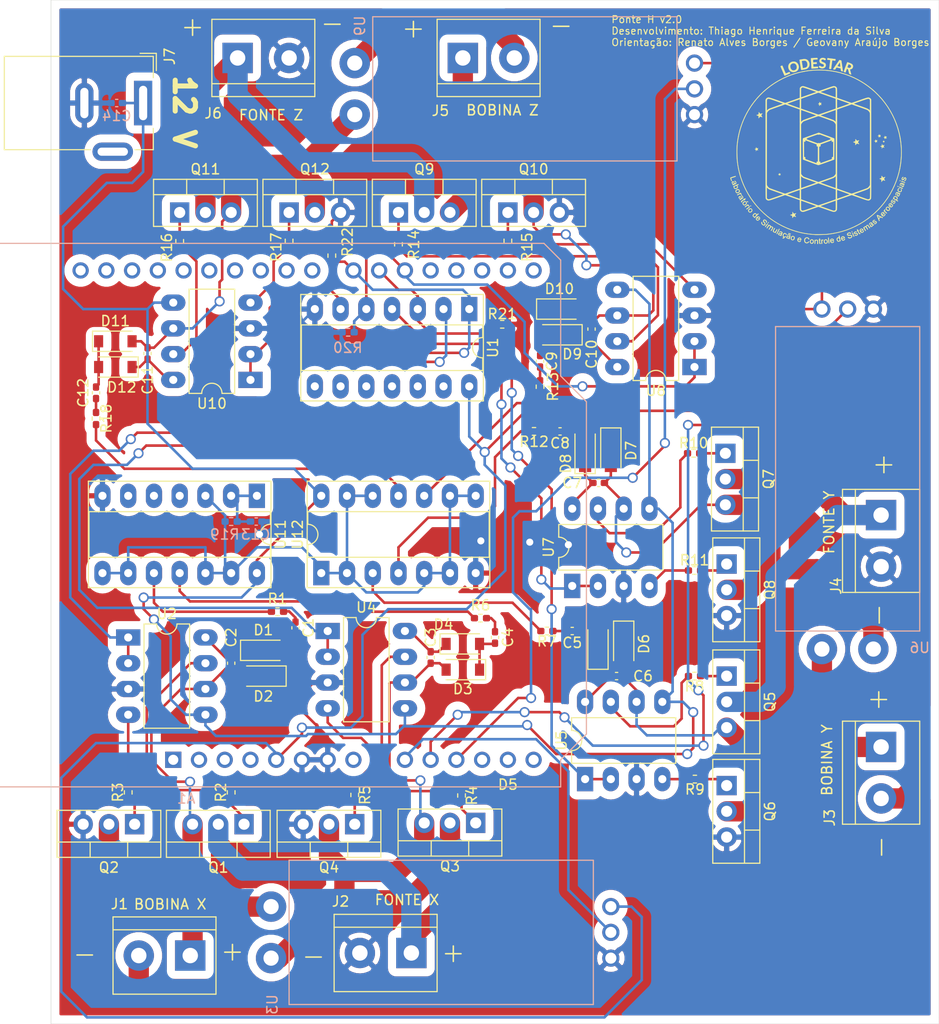
<source format=kicad_pcb>
(kicad_pcb (version 20171130) (host pcbnew "(5.1.9)-1")
  (layers (0 F.Cu signal) (31 B.Cu signal hide) (34 B.Paste user hide) (35 F.Paste user hide) (36 B.SilkS user hide) (37 F.SilkS user hide) (38 B.Mask user hide) (39 F.Mask user hide) (44 Edge.Cuts user hide))
  (net 0 "")
  (net 1 /ArduinoUno/D5)
  (net 2 +5V)
  (net 3 /ArduinoUno/D6)
  (net 4 GND)
  (net 5 /ArduinoUno/D7)
  (net 6 /ArduinoUno/Ix)
  (net 7 /ArduinoUno/Iy)
  (net 8 /ArduinoUno/Iz)
  (net 9 "Net-(C1-Pad1)")
  (net 10 "Net-(C1-Pad2)")
  (net 11 "Net-(C2-Pad2)")
  (net 12 "Net-(C2-Pad1)")
  (net 13 "Net-(C3-Pad1)")
  (net 14 "Net-(C3-Pad2)")
  (net 15 "Net-(C4-Pad1)")
  (net 16 "Net-(C4-Pad2)")
  (net 17 "Net-(C5-Pad2)")
  (net 18 "Net-(C5-Pad1)")
  (net 19 "Net-(C6-Pad2)")
  (net 20 "Net-(C6-Pad1)")
  (net 21 "Net-(C7-Pad2)")
  (net 22 "Net-(C7-Pad1)")
  (net 23 "Net-(C8-Pad2)")
  (net 24 "Net-(C8-Pad1)")
  (net 25 "Net-(C9-Pad2)")
  (net 26 "Net-(C9-Pad1)")
  (net 27 "Net-(C10-Pad1)")
  (net 28 "Net-(C10-Pad2)")
  (net 29 "Net-(C11-Pad2)")
  (net 30 "Net-(C11-Pad1)")
  (net 31 "Net-(C12-Pad1)")
  (net 32 "Net-(C12-Pad2)")
  (net 33 "Net-(C13-Pad1)")
  (net 34 +12V)
  (net 35 "Net-(J1-Pad2)")
  (net 36 "Net-(J2-Pad1)")
  (net 37 "Net-(J3-Pad2)")
  (net 38 "Net-(J4-Pad1)")
  (net 39 "Net-(J5-Pad2)")
  (net 40 "Net-(J6-Pad1)")
  (net 41 "Net-(Q1-Pad1)")
  (net 42 "Net-(Q2-Pad1)")
  (net 43 "Net-(Q3-Pad1)")
  (net 44 "Net-(Q4-Pad1)")
  (net 45 "Net-(Q5-Pad1)")
  (net 46 "Net-(Q6-Pad1)")
  (net 47 "Net-(Q7-Pad1)")
  (net 48 "Net-(Q8-Pad1)")
  (net 49 "Net-(Q9-Pad1)")
  (net 50 "Net-(Q10-Pad1)")
  (net 51 "Net-(Q11-Pad1)")
  (net 52 "Net-(Q12-Pad1)")
  (net 53 /Ociladores/XA)
  (net 54 "Net-(R2-Pad2)")
  (net 55 "Net-(R3-Pad2)")
  (net 56 "Net-(R4-Pad1)")
  (net 57 "Net-(R5-Pad1)")
  (net 58 /Ociladores/XB)
  (net 59 /Ociladores/YA)
  (net 60 "Net-(R8-Pad2)")
  (net 61 "Net-(R9-Pad2)")
  (net 62 "Net-(R10-Pad1)")
  (net 63 "Net-(R11-Pad1)")
  (net 64 /Ociladores/YB)
  (net 65 /Ociladores/ZA)
  (net 66 "Net-(R14-Pad2)")
  (net 67 "Net-(R15-Pad2)")
  (net 68 "Net-(R16-Pad1)")
  (net 69 "Net-(R17-Pad1)")
  (net 70 /Ociladores/ZB)
  (net 71 "Net-(R19-Pad1)")
  (net 72 /PonteHx/ND7)
  (net 73 /PonteHy/ND6)
  (net 74 /PonteHz/ND5)
  (module logo:Logo (layer F.Cu) (at 134.747 56.3372)
    (fp_text reference G*** hide)
    (fp_text value LOGO hide)
  )
  (module Resistor_SMD:R_0402_1005Metric_Pad0.72x0.64mm_HandSolder (layer F.Cu) (at 86.7664 66.4851 90)
    (fp_text reference R22 (at 1.3341 1.5494 270) (layer F.SilkS))
    (fp_text value 12K)
    (pad 2 smd roundrect (at 0.5975 0 90) (size 0.715 0.64) (layers F.Cu F.Paste F.Mask) (net 4 GND))
    (pad 1 smd roundrect (at -0.5975 0 90) (size 0.715 0.64) (layers F.Cu F.Paste F.Mask) (net 5 /ArduinoUno/D7))
  )
  (module Resistor_SMD:R_0402_1005Metric_Pad0.72x0.64mm_HandSolder (layer F.Cu) (at 103.5812 73.2536)
    (fp_text reference R21 (at 0 -1.016) (layer F.SilkS))
    (fp_text value 12K)
    (pad 2 smd roundrect (at 0.5975 0) (size 0.715 0.64) (layers F.Cu F.Paste F.Mask) (net 4 GND))
    (pad 1 smd roundrect (at -0.5975 0) (size 0.715 0.64) (layers F.Cu F.Paste F.Mask) (net 3 /ArduinoUno/D6))
  )
  (module Resistor_SMD:R_0402_1005Metric_Pad0.72x0.64mm_HandSolder (layer B.Cu) (at 88.3787 74.041 180)
    (fp_text reference R20 (at 0.0375 -1.524) (layer B.SilkS) (effects (justify mirror)))
    (fp_text value 12K)
    (pad 2 smd roundrect (at 0.5975 0 180) (size 0.715 0.64) (layers B.Cu B.Paste B.Mask) (net 4 GND))
    (pad 1 smd roundrect (at -0.5975 0 180) (size 0.715 0.64) (layers B.Cu B.Paste B.Mask) (net 1 /ArduinoUno/D5))
  )
  (module Resistor_SMD:R_0402_1005Metric_Pad0.72x0.64mm_HandSolder (layer F.Cu) (at 63.5 82.55 270)
    (fp_text reference R18 (at 0 -1.016 90) (layer F.SilkS))
    (fp_text value 470R)
    (pad 2 smd roundrect (at 0.5975 0 270) (size 0.715 0.64) (layers F.Cu F.Paste F.Mask) (net 70 /Ociladores/ZB))
    (pad 1 smd roundrect (at -0.5975 0 270) (size 0.715 0.64) (layers F.Cu F.Paste F.Mask) (net 32 "Net-(C12-Pad2)"))
  )
  (module Resistor_SMD:R_0402_1005Metric_Pad0.72x0.64mm_HandSolder (layer F.Cu) (at 101.4355 102.235 180)
    (fp_text reference R6 (at 0 1.27) (layer F.SilkS))
    (fp_text value 470R)
    (pad 2 smd roundrect (at 0.5975 0 180) (size 0.715 0.64) (layers F.Cu F.Paste F.Mask) (net 58 /Ociladores/XB))
    (pad 1 smd roundrect (at -0.5975 0 180) (size 0.715 0.64) (layers F.Cu F.Paste F.Mask) (net 16 "Net-(C4-Pad2)"))
  )
  (module Resistor_SMD:R_0402_1005Metric_Pad0.72x0.64mm_HandSolder (layer F.Cu) (at 106.7175 83.82 180)
    (fp_text reference R12 (at 0 -1.016) (layer F.SilkS))
    (fp_text value 470R)
    (pad 2 smd roundrect (at 0.5975 0 180) (size 0.715 0.64) (layers F.Cu F.Paste F.Mask) (net 64 /Ociladores/YB))
    (pad 1 smd roundrect (at -0.5975 0 180) (size 0.715 0.64) (layers F.Cu F.Paste F.Mask) (net 23 "Net-(C8-Pad2)"))
  )
  (module Resistor_SMD:R_0402_1005Metric_Pad0.72x0.64mm_HandSolder (layer F.Cu) (at 107.315 79.4125 270)
    (fp_text reference R13 (at 0 -1.27 90) (layer F.SilkS))
    (fp_text value 470R)
    (pad 2 smd roundrect (at 0.5975 0 270) (size 0.715 0.64) (layers F.Cu F.Paste F.Mask) (net 65 /Ociladores/ZA))
    (pad 1 smd roundrect (at -0.5975 0 270) (size 0.715 0.64) (layers F.Cu F.Paste F.Mask) (net 25 "Net-(C9-Pad2)"))
  )
  (module Resistor_SMD:R_0402_1005Metric_Pad0.72x0.64mm_HandSolder (layer F.Cu) (at 107.9875 103.505 180)
    (fp_text reference R7 (at 0 -1.016) (layer F.SilkS))
    (fp_text value 470R)
    (pad 2 smd roundrect (at 0.5975 0 180) (size 0.715 0.64) (layers F.Cu F.Paste F.Mask) (net 59 /Ociladores/YA))
    (pad 1 smd roundrect (at -0.5975 0 180) (size 0.715 0.64) (layers F.Cu F.Paste F.Mask) (net 17 "Net-(C5-Pad2)"))
  )
  (module Resistor_SMD:R_0402_1005Metric_Pad0.72x0.64mm_HandSolder (layer F.Cu) (at 81.407 101.6 180)
    (fp_text reference R1 (at 0 1.27) (layer F.SilkS))
    (fp_text value 470R)
    (pad 2 smd roundrect (at 0.5975 0 180) (size 0.715 0.64) (layers F.Cu F.Paste F.Mask) (net 53 /Ociladores/XA))
    (pad 1 smd roundrect (at -0.5975 0 180) (size 0.715 0.64) (layers F.Cu F.Paste F.Mask) (net 10 "Net-(C1-Pad2)"))
  )
  (module Resistor_SMD:R_0402_1005Metric_Pad0.72x0.64mm_HandSolder (layer B.Cu) (at 76.835 92.71)
    (fp_text reference R19 (at -0.635 1.27) (layer B.SilkS) (effects (justify mirror)))
    (fp_text value 12K)
    (pad 2 smd roundrect (at 0.5975 0) (size 0.715 0.64) (layers B.Cu B.Paste B.Mask) (net 33 "Net-(C13-Pad1)"))
    (pad 1 smd roundrect (at -0.5975 0) (size 0.715 0.64) (layers B.Cu B.Paste B.Mask) (net 71 "Net-(R19-Pad1)"))
  )
  (module Resistor_SMD:R_0402_1005Metric_Pad0.72x0.64mm_HandSolder (layer F.Cu) (at 82.55 65.024 90)
    (fp_text reference R17 (at -0.635 -1.27 90) (layer F.SilkS))
    (fp_text value 22R)
    (pad 2 smd roundrect (at 0.5975 0 90) (size 0.715 0.64) (layers F.Cu F.Paste F.Mask) (net 52 "Net-(Q12-Pad1)"))
    (pad 1 smd roundrect (at -0.5975 0 90) (size 0.715 0.64) (layers F.Cu F.Paste F.Mask) (net 69 "Net-(R17-Pad1)"))
  )
  (module Resistor_SMD:R_0402_1005Metric_Pad0.72x0.64mm_HandSolder (layer F.Cu) (at 71.755 65.0615 90)
    (fp_text reference R16 (at -0.635 -1.27 90) (layer F.SilkS))
    (fp_text value 22R)
    (pad 2 smd roundrect (at 0.5975 0 90) (size 0.715 0.64) (layers F.Cu F.Paste F.Mask) (net 51 "Net-(Q11-Pad1)"))
    (pad 1 smd roundrect (at -0.5975 0 90) (size 0.715 0.64) (layers F.Cu F.Paste F.Mask) (net 68 "Net-(R16-Pad1)"))
  )
  (module Resistor_SMD:R_0402_1005Metric_Pad0.72x0.64mm_HandSolder (layer F.Cu) (at 104.14 65.024 270)
    (fp_text reference R15 (at 0.635 -1.905 90) (layer F.SilkS))
    (fp_text value 22R)
    (pad 2 smd roundrect (at 0.5975 0 270) (size 0.715 0.64) (layers F.Cu F.Paste F.Mask) (net 67 "Net-(R15-Pad2)"))
    (pad 1 smd roundrect (at -0.5975 0 270) (size 0.715 0.64) (layers F.Cu F.Paste F.Mask) (net 50 "Net-(Q10-Pad1)"))
  )
  (module Resistor_SMD:R_0402_1005Metric_Pad0.72x0.64mm_HandSolder (layer F.Cu) (at 93.345 65.3675 270)
    (fp_text reference R14 (at 0.0375 -1.524 90) (layer F.SilkS))
    (fp_text value 22R)
    (pad 2 smd roundrect (at 0.5975 0 270) (size 0.715 0.64) (layers F.Cu F.Paste F.Mask) (net 66 "Net-(R14-Pad2)"))
    (pad 1 smd roundrect (at -0.5975 0 270) (size 0.715 0.64) (layers F.Cu F.Paste F.Mask) (net 49 "Net-(Q9-Pad1)"))
  )
  (module Resistor_SMD:R_0402_1005Metric_Pad0.72x0.64mm_HandSolder (layer F.Cu) (at 122.555 97.536)
    (fp_text reference R11 (at 0 -1.016) (layer F.SilkS))
    (fp_text value 22R)
    (pad 2 smd roundrect (at 0.5975 0) (size 0.715 0.64) (layers F.Cu F.Paste F.Mask) (net 48 "Net-(Q8-Pad1)"))
    (pad 1 smd roundrect (at -0.5975 0) (size 0.715 0.64) (layers F.Cu F.Paste F.Mask) (net 63 "Net-(R11-Pad1)"))
  )
  (module Resistor_SMD:R_0402_1005Metric_Pad0.72x0.64mm_HandSolder (layer F.Cu) (at 122.4655 85.979)
    (fp_text reference R10 (at 0 -1.016) (layer F.SilkS))
    (fp_text value 22R)
    (pad 2 smd roundrect (at 0.5975 0) (size 0.715 0.64) (layers F.Cu F.Paste F.Mask) (net 47 "Net-(Q7-Pad1)"))
    (pad 1 smd roundrect (at -0.5975 0) (size 0.715 0.64) (layers F.Cu F.Paste F.Mask) (net 62 "Net-(R10-Pad1)"))
  )
  (module Resistor_SMD:R_0402_1005Metric_Pad0.72x0.64mm_HandSolder (layer F.Cu) (at 122.5925 118.11 180)
    (fp_text reference R9 (at 0 -1.016) (layer F.SilkS))
    (fp_text value 22R)
    (pad 2 smd roundrect (at 0.5975 0 180) (size 0.715 0.64) (layers F.Cu F.Paste F.Mask) (net 61 "Net-(R9-Pad2)"))
    (pad 1 smd roundrect (at -0.5975 0 180) (size 0.715 0.64) (layers F.Cu F.Paste F.Mask) (net 46 "Net-(Q6-Pad1)"))
  )
  (module Resistor_SMD:R_0402_1005Metric_Pad0.72x0.64mm_HandSolder (layer F.Cu) (at 122.555 107.95 180)
    (fp_text reference R8 (at 0 -1.016) (layer F.SilkS))
    (fp_text value 22R)
    (pad 2 smd roundrect (at 0.5975 0 180) (size 0.715 0.64) (layers F.Cu F.Paste F.Mask) (net 60 "Net-(R8-Pad2)"))
    (pad 1 smd roundrect (at -0.5975 0 180) (size 0.715 0.64) (layers F.Cu F.Paste F.Mask) (net 45 "Net-(Q5-Pad1)"))
  )
  (module Resistor_SMD:R_0402_1005Metric_Pad0.72x0.64mm_HandSolder (layer F.Cu) (at 89.027 119.6715 270)
    (fp_text reference R5 (at 0 -1.016 90) (layer F.SilkS))
    (fp_text value 22R)
    (pad 2 smd roundrect (at 0.5975 0 270) (size 0.715 0.64) (layers F.Cu F.Paste F.Mask) (net 44 "Net-(Q4-Pad1)"))
    (pad 1 smd roundrect (at -0.5975 0 270) (size 0.715 0.64) (layers F.Cu F.Paste F.Mask) (net 57 "Net-(R5-Pad1)"))
  )
  (module Resistor_SMD:R_0402_1005Metric_Pad0.72x0.64mm_HandSolder (layer F.Cu) (at 99.568 119.7235 270)
    (fp_text reference R4 (at 0 -1.016 90) (layer F.SilkS))
    (fp_text value 22R)
    (pad 2 smd roundrect (at 0.5975 0 270) (size 0.715 0.64) (layers F.Cu F.Paste F.Mask) (net 43 "Net-(Q3-Pad1)"))
    (pad 1 smd roundrect (at -0.5975 0 270) (size 0.715 0.64) (layers F.Cu F.Paste F.Mask) (net 56 "Net-(R4-Pad1)"))
  )
  (module Resistor_SMD:R_0402_1005Metric_Pad0.72x0.64mm_HandSolder (layer F.Cu) (at 66.675 119.4175 90)
    (fp_text reference R3 (at 0 -1.016 90) (layer F.SilkS))
    (fp_text value 22R)
    (pad 2 smd roundrect (at 0.5975 0 90) (size 0.715 0.64) (layers F.Cu F.Paste F.Mask) (net 55 "Net-(R3-Pad2)"))
    (pad 1 smd roundrect (at -0.5975 0 90) (size 0.715 0.64) (layers F.Cu F.Paste F.Mask) (net 42 "Net-(Q2-Pad1)"))
  )
  (module Resistor_SMD:R_0402_1005Metric_Pad0.72x0.64mm_HandSolder (layer F.Cu) (at 76.835 119.4175 90)
    (fp_text reference R2 (at 0 -1.016 90) (layer F.SilkS))
    (fp_text value 22R)
    (pad 2 smd roundrect (at 0.5975 0 90) (size 0.715 0.64) (layers F.Cu F.Paste F.Mask) (net 54 "Net-(R2-Pad2)"))
    (pad 1 smd roundrect (at -0.5975 0 90) (size 0.715 0.64) (layers F.Cu F.Paste F.Mask) (net 41 "Net-(Q1-Pad1)"))
  )
  (module Diode_SMD:D_SOD-123 (layer F.Cu) (at 65.405 77.47 180)
    (fp_text reference D12 (at -0.635 -2) (layer F.SilkS))
    (fp_text value 1N5819)
    (pad 2 smd rect (at 1.65 0 180) (size 0.9 1.2) (layers F.Cu F.Paste F.Mask) (net 31 "Net-(C12-Pad1)"))
    (pad 1 smd rect (at -1.65 0 180) (size 0.9 1.2) (layers F.Cu F.Paste F.Mask) (net 29 "Net-(C11-Pad2)"))
  )
  (module Diode_SMD:D_SOD-123 (layer F.Cu) (at 65.405 74.93)
    (fp_text reference D11 (at 0 -2) (layer F.SilkS))
    (fp_text value 1N5819)
    (pad 2 smd rect (at 1.65 0) (size 0.9 1.2) (layers F.Cu F.Paste F.Mask) (net 30 "Net-(C11-Pad1)"))
    (pad 1 smd rect (at -1.65 0) (size 0.9 1.2) (layers F.Cu F.Paste F.Mask) (net 31 "Net-(C12-Pad1)"))
  )
  (module Diode_SMD:D_SOD-123 (layer F.Cu) (at 109.22 71.755)
    (fp_text reference D10 (at 0 -2) (layer F.SilkS))
    (fp_text value 1N5819)
    (pad 2 smd rect (at 1.65 0) (size 0.9 1.2) (layers F.Cu F.Paste F.Mask) (net 27 "Net-(C10-Pad1)"))
    (pad 1 smd rect (at -1.65 0) (size 0.9 1.2) (layers F.Cu F.Paste F.Mask) (net 26 "Net-(C9-Pad1)"))
  )
  (module Diode_SMD:D_SOD-123 (layer F.Cu) (at 109.22 74.295 180)
    (fp_text reference D9 (at -1.27 -1.905) (layer F.SilkS))
    (fp_text value 1N5819)
    (pad 2 smd rect (at 1.65 0 180) (size 0.9 1.2) (layers F.Cu F.Paste F.Mask) (net 26 "Net-(C9-Pad1)"))
    (pad 1 smd rect (at -1.65 0 180) (size 0.9 1.2) (layers F.Cu F.Paste F.Mask) (net 28 "Net-(C10-Pad2)"))
  )
  (module Diode_SMD:D_SOD-123 (layer F.Cu) (at 111.76 85.725 90)
    (fp_text reference D8 (at -1.27 -1.905 90) (layer F.SilkS))
    (fp_text value 1N5819)
    (pad 2 smd rect (at 1.65 0 90) (size 0.9 1.2) (layers F.Cu F.Paste F.Mask) (net 24 "Net-(C8-Pad1)"))
    (pad 1 smd rect (at -1.65 0 90) (size 0.9 1.2) (layers F.Cu F.Paste F.Mask) (net 21 "Net-(C7-Pad2)"))
  )
  (module Diode_SMD:D_SOD-123 (layer F.Cu) (at 114.3 85.725 270)
    (fp_text reference D7 (at 0 -2 90) (layer F.SilkS))
    (fp_text value 1N5819)
    (pad 2 smd rect (at 1.65 0 270) (size 0.9 1.2) (layers F.Cu F.Paste F.Mask) (net 22 "Net-(C7-Pad1)"))
    (pad 1 smd rect (at -1.65 0 270) (size 0.9 1.2) (layers F.Cu F.Paste F.Mask) (net 24 "Net-(C8-Pad1)"))
  )
  (module Diode_SMD:D_SOD-123 (layer F.Cu) (at 115.57 104.775 270)
    (fp_text reference D6 (at 0 -2 90) (layer F.SilkS))
    (fp_text value 1N5819)
    (pad 2 smd rect (at 1.65 0 270) (size 0.9 1.2) (layers F.Cu F.Paste F.Mask) (net 20 "Net-(C6-Pad1)"))
    (pad 1 smd rect (at -1.65 0 270) (size 0.9 1.2) (layers F.Cu F.Paste F.Mask) (net 18 "Net-(C5-Pad1)"))
  )
  (module Diode_SMD:D_SOD-123 (layer F.Cu) (at 113.03 105.03 90)
    (fp_text reference D5 (at -13.62 -8.89) (layer F.SilkS))
    (fp_text value 1N5819)
    (pad 2 smd rect (at 1.65 0 90) (size 0.9 1.2) (layers F.Cu F.Paste F.Mask) (net 18 "Net-(C5-Pad1)"))
    (pad 1 smd rect (at -1.65 0 90) (size 0.9 1.2) (layers F.Cu F.Paste F.Mask) (net 19 "Net-(C6-Pad2)"))
  )
  (module Diode_SMD:D_SOD-123 (layer F.Cu) (at 99.695 104.775)
    (fp_text reference D4 (at -1.905 -1.905) (layer F.SilkS))
    (fp_text value 1N5819)
    (pad 2 smd rect (at 1.65 0) (size 0.9 1.2) (layers F.Cu F.Paste F.Mask) (net 15 "Net-(C4-Pad1)"))
    (pad 1 smd rect (at -1.65 0) (size 0.9 1.2) (layers F.Cu F.Paste F.Mask) (net 14 "Net-(C3-Pad2)"))
  )
  (module Diode_SMD:D_SOD-123 (layer F.Cu) (at 99.695 107.315 180)
    (fp_text reference D3 (at 0 -1.905) (layer F.SilkS))
    (fp_text value 1N5819)
    (pad 2 smd rect (at 1.65 0 180) (size 0.9 1.2) (layers F.Cu F.Paste F.Mask) (net 13 "Net-(C3-Pad1)"))
    (pad 1 smd rect (at -1.65 0 180) (size 0.9 1.2) (layers F.Cu F.Paste F.Mask) (net 15 "Net-(C4-Pad1)"))
  )
  (module Diode_SMD:D_SOD-123 (layer F.Cu) (at 80.01 107.95 180)
    (fp_text reference D2 (at 0 -2) (layer F.SilkS))
    (fp_text value 1N5819)
    (pad 2 smd rect (at 1.65 0 180) (size 0.9 1.2) (layers F.Cu F.Paste F.Mask) (net 12 "Net-(C2-Pad1)"))
    (pad 1 smd rect (at -1.65 0 180) (size 0.9 1.2) (layers F.Cu F.Paste F.Mask) (net 9 "Net-(C1-Pad1)"))
  )
  (module Diode_SMD:D_SOD-123 (layer F.Cu) (at 80.01 105.41)
    (fp_text reference D1 (at 0 -2) (layer F.SilkS))
    (fp_text value 1N5819)
    (pad 2 smd rect (at 1.65 0) (size 0.9 1.2) (layers F.Cu F.Paste F.Mask) (net 9 "Net-(C1-Pad1)"))
    (pad 1 smd rect (at -1.65 0) (size 0.9 1.2) (layers F.Cu F.Paste F.Mask) (net 11 "Net-(C2-Pad2)"))
  )
  (module Capacitor_SMD:C_0402_1005Metric_Pad0.74x0.62mm_HandSolder (layer B.Cu) (at 65.5407 51.435 180)
    (fp_text reference C14 (at 0 -1.27) (layer B.SilkS) (effects (justify mirror)))
    (fp_text value 100nF)
    (pad 2 smd roundrect (at 0.5675 0 180) (size 0.735 0.62) (layers B.Cu B.Paste B.Mask) (net 4 GND))
    (pad 1 smd roundrect (at -0.5675 0 180) (size 0.735 0.62) (layers B.Cu B.Paste B.Mask) (net 34 +12V))
  )
  (module Capacitor_SMD:C_0402_1005Metric_Pad0.74x0.62mm_HandSolder (layer B.Cu) (at 79.3075 92.71)
    (fp_text reference C13 (at -0.0675 1.27 180) (layer B.SilkS) (effects (justify mirror)))
    (fp_text value 1nF)
    (pad 2 smd roundrect (at 0.5675 0) (size 0.735 0.62) (layers B.Cu B.Paste B.Mask) (net 4 GND))
    (pad 1 smd roundrect (at -0.5675 0) (size 0.735 0.62) (layers B.Cu B.Paste B.Mask) (net 33 "Net-(C13-Pad1)"))
  )
  (module Capacitor_SMD:C_0402_1005Metric_Pad0.74x0.62mm_HandSolder (layer F.Cu) (at 63.5 80.01 270)
    (fp_text reference C12 (at 0 1.27 90) (layer F.SilkS))
    (fp_text value 100nF)
    (pad 2 smd roundrect (at 0.5675 0 270) (size 0.735 0.62) (layers F.Cu F.Paste F.Mask) (net 32 "Net-(C12-Pad2)"))
    (pad 1 smd roundrect (at -0.5675 0 270) (size 0.735 0.62) (layers F.Cu F.Paste F.Mask) (net 31 "Net-(C12-Pad1)"))
  )
  (module Capacitor_SMD:C_0402_1005Metric_Pad0.74x0.62mm_HandSolder (layer F.Cu) (at 68.58 76.1325 270)
    (fp_text reference C11 (at 2.6075 0 90) (layer F.SilkS))
    (fp_text value 100nF)
    (pad 2 smd roundrect (at 0.5675 0 270) (size 0.735 0.62) (layers F.Cu F.Paste F.Mask) (net 29 "Net-(C11-Pad2)"))
    (pad 1 smd roundrect (at -0.5675 0 270) (size 0.735 0.62) (layers F.Cu F.Paste F.Mask) (net 30 "Net-(C11-Pad1)"))
  )
  (module Capacitor_SMD:C_0402_1005Metric_Pad0.74x0.62mm_HandSolder (layer F.Cu) (at 112.395 73.7275 270)
    (fp_text reference C10 (at 2.4725 0 90) (layer F.SilkS))
    (fp_text value 100nF)
    (pad 2 smd roundrect (at 0.5675 0 270) (size 0.735 0.62) (layers F.Cu F.Paste F.Mask) (net 28 "Net-(C10-Pad2)"))
    (pad 1 smd roundrect (at -0.5675 0 270) (size 0.735 0.62) (layers F.Cu F.Paste F.Mask) (net 27 "Net-(C10-Pad1)"))
  )
  (module Capacitor_SMD:C_0402_1005Metric_Pad0.74x0.62mm_HandSolder (layer F.Cu) (at 107.315 76.9025 270)
    (fp_text reference C9 (at 0 -1.16 90) (layer F.SilkS))
    (fp_text value 100nF)
    (pad 2 smd roundrect (at 0.5675 0 270) (size 0.735 0.62) (layers F.Cu F.Paste F.Mask) (net 25 "Net-(C9-Pad2)"))
    (pad 1 smd roundrect (at -0.5675 0 270) (size 0.735 0.62) (layers F.Cu F.Paste F.Mask) (net 26 "Net-(C9-Pad1)"))
  )
  (module Capacitor_SMD:C_0402_1005Metric_Pad0.74x0.62mm_HandSolder (layer F.Cu) (at 109.2875 83.82 180)
    (fp_text reference C8 (at 0 -1.16) (layer F.SilkS))
    (fp_text value 100nF)
    (pad 2 smd roundrect (at 0.5675 0 180) (size 0.735 0.62) (layers F.Cu F.Paste F.Mask) (net 23 "Net-(C8-Pad2)"))
    (pad 1 smd roundrect (at -0.5675 0 180) (size 0.735 0.62) (layers F.Cu F.Paste F.Mask) (net 24 "Net-(C8-Pad1)"))
  )
  (module Capacitor_SMD:C_0402_1005Metric_Pad0.74x0.62mm_HandSolder (layer F.Cu) (at 113.0975 88.9 180)
    (fp_text reference C7 (at 2.6075 0) (layer F.SilkS))
    (fp_text value 100nF)
    (pad 2 smd roundrect (at 0.5675 0 180) (size 0.735 0.62) (layers F.Cu F.Paste F.Mask) (net 21 "Net-(C7-Pad2)"))
    (pad 1 smd roundrect (at -0.5675 0 180) (size 0.735 0.62) (layers F.Cu F.Paste F.Mask) (net 22 "Net-(C7-Pad1)"))
  )
  (module Capacitor_SMD:C_0402_1005Metric_Pad0.74x0.62mm_HandSolder (layer F.Cu) (at 114.8675 107.95 180)
    (fp_text reference C6 (at -2.6075 0) (layer F.SilkS))
    (fp_text value 100nF)
    (pad 2 smd roundrect (at 0.5675 0 180) (size 0.735 0.62) (layers F.Cu F.Paste F.Mask) (net 19 "Net-(C6-Pad2)"))
    (pad 1 smd roundrect (at -0.5675 0 180) (size 0.735 0.62) (layers F.Cu F.Paste F.Mask) (net 20 "Net-(C6-Pad1)"))
  )
  (module Capacitor_SMD:C_0402_1005Metric_Pad0.74x0.62mm_HandSolder (layer F.Cu) (at 110.49 103.505 180)
    (fp_text reference C5 (at 0 -1.16) (layer F.SilkS))
    (fp_text value 100nF)
    (pad 2 smd roundrect (at 0.5675 0 180) (size 0.735 0.62) (layers F.Cu F.Paste F.Mask) (net 17 "Net-(C5-Pad2)"))
    (pad 1 smd roundrect (at -0.5675 0 180) (size 0.735 0.62) (layers F.Cu F.Paste F.Mask) (net 18 "Net-(C5-Pad1)"))
  )
  (module Capacitor_SMD:C_0402_1005Metric_Pad0.74x0.62mm_HandSolder (layer F.Cu) (at 102.87 104.14 90)
    (fp_text reference C4 (at 0 1.27 90) (layer F.SilkS))
    (fp_text value 100nF)
    (pad 2 smd roundrect (at 0.5675 0 90) (size 0.735 0.62) (layers F.Cu F.Paste F.Mask) (net 16 "Net-(C4-Pad2)"))
    (pad 1 smd roundrect (at -0.5675 0 90) (size 0.735 0.62) (layers F.Cu F.Paste F.Mask) (net 15 "Net-(C4-Pad1)"))
  )
  (module Capacitor_SMD:C_0402_1005Metric_Pad0.74x0.62mm_HandSolder (layer F.Cu) (at 96.52 106.1125 90)
    (fp_text reference C3 (at 1.9725 0 270) (layer F.SilkS))
    (fp_text value 100nF)
    (pad 2 smd roundrect (at 0.5675 0 90) (size 0.735 0.62) (layers F.Cu F.Paste F.Mask) (net 14 "Net-(C3-Pad2)"))
    (pad 1 smd roundrect (at -0.5675 0 90) (size 0.735 0.62) (layers F.Cu F.Paste F.Mask) (net 13 "Net-(C3-Pad1)"))
  )
  (module Capacitor_SMD:C_0402_1005Metric_Pad0.74x0.62mm_HandSolder (layer F.Cu) (at 76.835 106.68 90)
    (fp_text reference C2 (at 2.54 0 90) (layer F.SilkS))
    (fp_text value 100nF)
    (pad 2 smd roundrect (at 0.5675 0 90) (size 0.735 0.62) (layers F.Cu F.Paste F.Mask) (net 11 "Net-(C2-Pad2)"))
    (pad 1 smd roundrect (at -0.5675 0 90) (size 0.735 0.62) (layers F.Cu F.Paste F.Mask) (net 12 "Net-(C2-Pad1)"))
  )
  (module Capacitor_SMD:C_0402_1005Metric_Pad0.74x0.62mm_HandSolder (layer F.Cu) (at 83.185 103.1915 90)
    (fp_text reference C1 (at 0 1.27 90) (layer F.SilkS))
    (fp_text value 100nF)
    (pad 2 smd roundrect (at 0.5675 0 90) (size 0.735 0.62) (layers F.Cu F.Paste F.Mask) (net 10 "Net-(C1-Pad2)"))
    (pad 1 smd roundrect (at -0.5675 0 90) (size 0.735 0.62) (layers F.Cu F.Paste F.Mask) (net 9 "Net-(C1-Pad1)"))
  )
  (module Module:Arduino_UNO_R3 (layer B.Cu) (at 71.12 116.205)
    (fp_text reference A1 (at 1.27 3.81 180) (layer B.SilkS) (effects (justify mirror)))
    (fp_text value Arduino_UNO_R3)
    (pad 16 thru_hole oval (at 33.02 -48.26 270) (size 1.6 1.6) (drill 1) (layers *.Cu *.Mask))
    (pad 15 thru_hole oval (at 35.56 -48.26 270) (size 1.6 1.6) (drill 1) (layers *.Cu *.Mask))
    (pad 30 thru_hole oval (at -4.06 -48.26 270) (size 1.6 1.6) (drill 1) (layers *.Cu *.Mask))
    (pad 14 thru_hole oval (at 35.56 0 270) (size 1.6 1.6) (drill 1) (layers *.Cu *.Mask))
    (pad 29 thru_hole oval (at -1.52 -48.26 270) (size 1.6 1.6) (drill 1) (layers *.Cu *.Mask))
    (pad 13 thru_hole oval (at 33.02 0 270) (size 1.6 1.6) (drill 1) (layers *.Cu *.Mask))
    (pad 28 thru_hole oval (at 1.02 -48.26 270) (size 1.6 1.6) (drill 1) (layers *.Cu *.Mask))
    (pad 12 thru_hole oval (at 30.48 0 270) (size 1.6 1.6) (drill 1) (layers *.Cu *.Mask))
    (pad 27 thru_hole oval (at 3.56 -48.26 270) (size 1.6 1.6) (drill 1) (layers *.Cu *.Mask))
    (pad 11 thru_hole oval (at 27.94 0 270) (size 1.6 1.6) (drill 1) (layers *.Cu *.Mask) (net 8 /ArduinoUno/Iz))
    (pad 26 thru_hole oval (at 6.1 -48.26 270) (size 1.6 1.6) (drill 1) (layers *.Cu *.Mask))
    (pad 10 thru_hole oval (at 25.4 0 270) (size 1.6 1.6) (drill 1) (layers *.Cu *.Mask) (net 7 /ArduinoUno/Iy))
    (pad 25 thru_hole oval (at 8.64 -48.26 270) (size 1.6 1.6) (drill 1) (layers *.Cu *.Mask))
    (pad 9 thru_hole oval (at 22.86 0 270) (size 1.6 1.6) (drill 1) (layers *.Cu *.Mask) (net 6 /ArduinoUno/Ix))
    (pad 24 thru_hole oval (at 11.18 -48.26 270) (size 1.6 1.6) (drill 1) (layers *.Cu *.Mask))
    (pad 8 thru_hole oval (at 17.78 0 270) (size 1.6 1.6) (drill 1) (layers *.Cu *.Mask))
    (pad 23 thru_hole oval (at 13.72 -48.26 270) (size 1.6 1.6) (drill 1) (layers *.Cu *.Mask))
    (pad 7 thru_hole oval (at 15.24 0 270) (size 1.6 1.6) (drill 1) (layers *.Cu *.Mask) (net 4 GND))
    (pad 22 thru_hole oval (at 17.78 -48.26 270) (size 1.6 1.6) (drill 1) (layers *.Cu *.Mask) (net 5 /ArduinoUno/D7))
    (pad 6 thru_hole oval (at 12.7 0 270) (size 1.6 1.6) (drill 1) (layers *.Cu *.Mask) (net 4 GND))
    (pad 21 thru_hole oval (at 20.32 -48.26 270) (size 1.6 1.6) (drill 1) (layers *.Cu *.Mask) (net 3 /ArduinoUno/D6))
    (pad 5 thru_hole oval (at 10.16 0 270) (size 1.6 1.6) (drill 1) (layers *.Cu *.Mask) (net 2 +5V))
    (pad 20 thru_hole oval (at 22.86 -48.26 270) (size 1.6 1.6) (drill 1) (layers *.Cu *.Mask) (net 1 /ArduinoUno/D5))
    (pad 4 thru_hole oval (at 7.62 0 270) (size 1.6 1.6) (drill 1) (layers *.Cu *.Mask))
    (pad 19 thru_hole oval (at 25.4 -48.26 270) (size 1.6 1.6) (drill 1) (layers *.Cu *.Mask))
    (pad 3 thru_hole oval (at 5.08 0 270) (size 1.6 1.6) (drill 1) (layers *.Cu *.Mask))
    (pad 18 thru_hole oval (at 27.94 -48.26 270) (size 1.6 1.6) (drill 1) (layers *.Cu *.Mask))
    (pad 2 thru_hole oval (at 2.54 0 270) (size 1.6 1.6) (drill 1) (layers *.Cu *.Mask))
    (pad 17 thru_hole oval (at 30.48 -48.26 270) (size 1.6 1.6) (drill 1) (layers *.Cu *.Mask))
    (pad 1 thru_hole rect (at 0 0 270) (size 1.6 1.6) (drill 1) (layers *.Cu *.Mask))
    (pad 31 thru_hole oval (at -6.6 -48.26 270) (size 1.6 1.6) (drill 1) (layers *.Cu *.Mask))
    (pad 32 thru_hole oval (at -9.14 -48.26 270) (size 1.6 1.6) (drill 1) (layers *.Cu *.Mask))
  )
  (module TerminalBlock:TerminalBlock_bornier-2_P5.08mm (layer F.Cu) (at 72.7964 135.509 180)
    (fp_text reference J1 (at 6.985 5.08) (layer F.SilkS))
    (fp_text value Bobinax)
    (pad 2 thru_hole circle (at 5.08 0 180) (size 3 3) (drill 1.52) (layers *.Cu *.Mask) (net 35 "Net-(J1-Pad2)"))
    (pad 1 thru_hole rect (at 0 0 180) (size 3 3) (drill 1.52) (layers *.Cu *.Mask) (net 12 "Net-(C2-Pad1)"))
  )
  (module TerminalBlock:TerminalBlock_bornier-2_P5.08mm (layer F.Cu) (at 94.615 135.255 180)
    (fp_text reference J2 (at 6.985 5.08) (layer F.SilkS))
    (fp_text value Fontex)
    (pad 2 thru_hole circle (at 5.08 0 180) (size 3 3) (drill 1.52) (layers *.Cu *.Mask) (net 4 GND))
    (pad 1 thru_hole rect (at 0 0 180) (size 3 3) (drill 1.52) (layers *.Cu *.Mask) (net 36 "Net-(J2-Pad1)"))
  )
  (module TerminalBlock:TerminalBlock_bornier-2_P5.08mm (layer F.Cu) (at 140.97 114.935 270)
    (fp_text reference J3 (at 6.985 5.08 90) (layer F.SilkS))
    (fp_text value Bobinay)
    (pad 2 thru_hole circle (at 5.08 0 270) (size 3 3) (drill 1.52) (layers *.Cu *.Mask) (net 37 "Net-(J3-Pad2)"))
    (pad 1 thru_hole rect (at 0 0 270) (size 3 3) (drill 1.52) (layers *.Cu *.Mask) (net 20 "Net-(C6-Pad1)"))
  )
  (module TerminalBlock:TerminalBlock_bornier-2_P5.08mm (layer F.Cu) (at 140.97 92.075 270)
    (fp_text reference J4 (at 6.985 4.445 90) (layer F.SilkS))
    (fp_text value Fontey)
    (pad 2 thru_hole circle (at 5.08 0 270) (size 3 3) (drill 1.52) (layers *.Cu *.Mask) (net 4 GND))
    (pad 1 thru_hole rect (at 0 0 270) (size 3 3) (drill 1.52) (layers *.Cu *.Mask) (net 38 "Net-(J4-Pad1)"))
  )
  (module TerminalBlock:TerminalBlock_bornier-2_P5.08mm (layer F.Cu) (at 99.695 46.99)
    (fp_text reference J5 (at -2.2098 5.207) (layer F.SilkS))
    (fp_text value Bobinaz)
    (pad 2 thru_hole circle (at 5.08 0) (size 3 3) (drill 1.52) (layers *.Cu *.Mask) (net 39 "Net-(J5-Pad2)"))
    (pad 1 thru_hole rect (at 0 0) (size 3 3) (drill 1.52) (layers *.Cu *.Mask) (net 27 "Net-(C10-Pad1)"))
  )
  (module TerminalBlock:TerminalBlock_bornier-2_P5.08mm (layer F.Cu) (at 77.47 46.99)
    (fp_text reference J6 (at -2.413 5.461) (layer F.SilkS))
    (fp_text value Fontez)
    (pad 2 thru_hole circle (at 5.08 0) (size 3 3) (drill 1.52) (layers *.Cu *.Mask) (net 4 GND))
    (pad 1 thru_hole rect (at 0 0) (size 3 3) (drill 1.52) (layers *.Cu *.Mask) (net 40 "Net-(J6-Pad1)"))
  )
  (module Connector_BarrelJack:BarrelJack_Wuerth_6941xx301002 (layer F.Cu) (at 68.1482 51.435 270)
    (fp_text reference J7 (at -4.5974 -2.6162 90) (layer F.SilkS))
    (fp_text value Barrel_Jack_Switch)
    (pad 1 thru_hole rect (at 0 0 270) (size 4.4 1.8) (drill oval 3.4 0.8) (layers *.Cu *.Mask) (net 34 +12V))
    (pad 2 thru_hole oval (at 0 5.8 270) (size 4 1.8) (drill oval 3 0.8) (layers *.Cu *.Mask) (net 4 GND))
    (pad 3 thru_hole oval (at 4.8 3) (size 4 1.8) (drill oval 3 0.8) (layers *.Cu *.Mask))
  )
  (module Package_TO_SOT_THT:TO-220-3_Vertical (layer F.Cu) (at 78.105 122.555 180)
    (fp_text reference Q1 (at 2.54 -4.27) (layer F.SilkS))
    (fp_text value IRFZ44N)
    (pad 3 thru_hole oval (at 5.08 0 180) (size 1.905 2) (drill 1.1) (layers *.Cu *.Mask) (net 12 "Net-(C2-Pad1)"))
    (pad 2 thru_hole oval (at 2.54 0 180) (size 1.905 2) (drill 1.1) (layers *.Cu *.Mask) (net 36 "Net-(J2-Pad1)"))
    (pad 1 thru_hole rect (at 0 0 180) (size 1.905 2) (drill 1.1) (layers *.Cu *.Mask) (net 41 "Net-(Q1-Pad1)"))
  )
  (module Package_TO_SOT_THT:TO-220-3_Vertical (layer F.Cu) (at 67.31 122.555 180)
    (fp_text reference Q2 (at 2.54 -4.27) (layer F.SilkS))
    (fp_text value IRFZ44N)
    (pad 3 thru_hole oval (at 5.08 0 180) (size 1.905 2) (drill 1.1) (layers *.Cu *.Mask) (net 4 GND))
    (pad 2 thru_hole oval (at 2.54 0 180) (size 1.905 2) (drill 1.1) (layers *.Cu *.Mask) (net 12 "Net-(C2-Pad1)"))
    (pad 1 thru_hole rect (at 0 0 180) (size 1.905 2) (drill 1.1) (layers *.Cu *.Mask) (net 42 "Net-(Q2-Pad1)"))
  )
  (module Package_TO_SOT_THT:TO-220-3_Vertical (layer F.Cu) (at 100.965 122.428 180)
    (fp_text reference Q3 (at 2.54 -4.27) (layer F.SilkS))
    (fp_text value IRFZ44N)
    (pad 3 thru_hole oval (at 5.08 0 180) (size 1.905 2) (drill 1.1) (layers *.Cu *.Mask) (net 13 "Net-(C3-Pad1)"))
    (pad 2 thru_hole oval (at 2.54 0 180) (size 1.905 2) (drill 1.1) (layers *.Cu *.Mask) (net 36 "Net-(J2-Pad1)"))
    (pad 1 thru_hole rect (at 0 0 180) (size 1.905 2) (drill 1.1) (layers *.Cu *.Mask) (net 43 "Net-(Q3-Pad1)"))
  )
  (module Package_TO_SOT_THT:TO-220-3_Vertical (layer F.Cu) (at 89.027 122.555 180)
    (fp_text reference Q4 (at 2.54 -4.27) (layer F.SilkS))
    (fp_text value IRFZ44N)
    (pad 3 thru_hole oval (at 5.08 0 180) (size 1.905 2) (drill 1.1) (layers *.Cu *.Mask) (net 4 GND))
    (pad 2 thru_hole oval (at 2.54 0 180) (size 1.905 2) (drill 1.1) (layers *.Cu *.Mask) (net 13 "Net-(C3-Pad1)"))
    (pad 1 thru_hole rect (at 0 0 180) (size 1.905 2) (drill 1.1) (layers *.Cu *.Mask) (net 44 "Net-(Q4-Pad1)"))
  )
  (module Package_TO_SOT_THT:TO-220-3_Vertical (layer F.Cu) (at 125.73 107.95 270)
    (fp_text reference Q5 (at 2.54 -4.27 90) (layer F.SilkS))
    (fp_text value IRFZ44N)
    (pad 3 thru_hole oval (at 5.08 0 270) (size 1.905 2) (drill 1.1) (layers *.Cu *.Mask) (net 20 "Net-(C6-Pad1)"))
    (pad 2 thru_hole oval (at 2.54 0 270) (size 1.905 2) (drill 1.1) (layers *.Cu *.Mask) (net 38 "Net-(J4-Pad1)"))
    (pad 1 thru_hole rect (at 0 0 270) (size 1.905 2) (drill 1.1) (layers *.Cu *.Mask) (net 45 "Net-(Q5-Pad1)"))
  )
  (module Package_TO_SOT_THT:TO-220-3_Vertical (layer F.Cu) (at 125.73 118.745 270)
    (fp_text reference Q6 (at 2.54 -4.27 90) (layer F.SilkS))
    (fp_text value IRFZ44N)
    (pad 3 thru_hole oval (at 5.08 0 270) (size 1.905 2) (drill 1.1) (layers *.Cu *.Mask) (net 4 GND))
    (pad 2 thru_hole oval (at 2.54 0 270) (size 1.905 2) (drill 1.1) (layers *.Cu *.Mask) (net 20 "Net-(C6-Pad1)"))
    (pad 1 thru_hole rect (at 0 0 270) (size 1.905 2) (drill 1.1) (layers *.Cu *.Mask) (net 46 "Net-(Q6-Pad1)"))
  )
  (module Package_TO_SOT_THT:TO-220-3_Vertical (layer F.Cu) (at 125.603 85.979 270)
    (fp_text reference Q7 (at 2.54 -4.27 90) (layer F.SilkS))
    (fp_text value IRFZ44N)
    (pad 3 thru_hole oval (at 5.08 0 270) (size 1.905 2) (drill 1.1) (layers *.Cu *.Mask) (net 22 "Net-(C7-Pad1)"))
    (pad 2 thru_hole oval (at 2.54 0 270) (size 1.905 2) (drill 1.1) (layers *.Cu *.Mask) (net 38 "Net-(J4-Pad1)"))
    (pad 1 thru_hole rect (at 0 0 270) (size 1.905 2) (drill 1.1) (layers *.Cu *.Mask) (net 47 "Net-(Q7-Pad1)"))
  )
  (module Package_TO_SOT_THT:TO-220-3_Vertical (layer F.Cu) (at 125.73 96.901 270)
    (fp_text reference Q8 (at 2.54 -4.27 90) (layer F.SilkS))
    (fp_text value IRFZ44N)
    (pad 3 thru_hole oval (at 5.08 0 270) (size 1.905 2) (drill 1.1) (layers *.Cu *.Mask) (net 4 GND))
    (pad 2 thru_hole oval (at 2.54 0 270) (size 1.905 2) (drill 1.1) (layers *.Cu *.Mask) (net 22 "Net-(C7-Pad1)"))
    (pad 1 thru_hole rect (at 0 0 270) (size 1.905 2) (drill 1.1) (layers *.Cu *.Mask) (net 48 "Net-(Q8-Pad1)"))
  )
  (module Package_TO_SOT_THT:TO-220-3_Vertical (layer F.Cu) (at 93.345 62.23)
    (fp_text reference Q9 (at 2.54 -4.27) (layer F.SilkS))
    (fp_text value IRFZ44N)
    (pad 3 thru_hole oval (at 5.08 0) (size 1.905 2) (drill 1.1) (layers *.Cu *.Mask) (net 27 "Net-(C10-Pad1)"))
    (pad 2 thru_hole oval (at 2.54 0) (size 1.905 2) (drill 1.1) (layers *.Cu *.Mask) (net 40 "Net-(J6-Pad1)"))
    (pad 1 thru_hole rect (at 0 0) (size 1.905 2) (drill 1.1) (layers *.Cu *.Mask) (net 49 "Net-(Q9-Pad1)"))
  )
  (module Package_TO_SOT_THT:TO-220-3_Vertical (layer F.Cu) (at 104.14 62.23)
    (fp_text reference Q10 (at 2.54 -4.27) (layer F.SilkS))
    (fp_text value IRFZ44N)
    (pad 3 thru_hole oval (at 5.08 0) (size 1.905 2) (drill 1.1) (layers *.Cu *.Mask) (net 4 GND))
    (pad 2 thru_hole oval (at 2.54 0) (size 1.905 2) (drill 1.1) (layers *.Cu *.Mask) (net 27 "Net-(C10-Pad1)"))
    (pad 1 thru_hole rect (at 0 0) (size 1.905 2) (drill 1.1) (layers *.Cu *.Mask) (net 50 "Net-(Q10-Pad1)"))
  )
  (module Package_TO_SOT_THT:TO-220-3_Vertical (layer F.Cu) (at 71.755 62.23)
    (fp_text reference Q11 (at 2.54 -4.27) (layer F.SilkS))
    (fp_text value IRFZ44N)
    (pad 3 thru_hole oval (at 5.08 0) (size 1.905 2) (drill 1.1) (layers *.Cu *.Mask) (net 30 "Net-(C11-Pad1)"))
    (pad 2 thru_hole oval (at 2.54 0) (size 1.905 2) (drill 1.1) (layers *.Cu *.Mask) (net 40 "Net-(J6-Pad1)"))
    (pad 1 thru_hole rect (at 0 0) (size 1.905 2) (drill 1.1) (layers *.Cu *.Mask) (net 51 "Net-(Q11-Pad1)"))
  )
  (module Package_TO_SOT_THT:TO-220-3_Vertical (layer F.Cu) (at 82.55 62.23)
    (fp_text reference Q12 (at 2.54 -4.27) (layer F.SilkS))
    (fp_text value IRFZ44N)
    (pad 3 thru_hole oval (at 5.08 0) (size 1.905 2) (drill 1.1) (layers *.Cu *.Mask) (net 4 GND))
    (pad 2 thru_hole oval (at 2.54 0) (size 1.905 2) (drill 1.1) (layers *.Cu *.Mask) (net 30 "Net-(C11-Pad1)"))
    (pad 1 thru_hole rect (at 0 0) (size 1.905 2) (drill 1.1) (layers *.Cu *.Mask) (net 52 "Net-(Q12-Pad1)"))
  )
  (module Package_DIP:DIP-14_W7.62mm_Socket_LongPads (layer F.Cu) (at 100.33 71.755 270)
    (fp_text reference U1 (at 3.81 -2.33 90) (layer F.SilkS))
    (fp_text value 74HC04)
    (pad 14 thru_hole oval (at 7.62 0 270) (size 2.4 1.6) (drill 0.8) (layers *.Cu *.Mask) (net 2 +5V))
    (pad 7 thru_hole oval (at 0 15.24 270) (size 2.4 1.6) (drill 0.8) (layers *.Cu *.Mask) (net 4 GND))
    (pad 13 thru_hole oval (at 7.62 2.54 270) (size 2.4 1.6) (drill 0.8) (layers *.Cu *.Mask))
    (pad 6 thru_hole oval (at 0 12.7 270) (size 2.4 1.6) (drill 0.8) (layers *.Cu *.Mask) (net 74 /PonteHz/ND5))
    (pad 12 thru_hole oval (at 7.62 5.08 270) (size 2.4 1.6) (drill 0.8) (layers *.Cu *.Mask))
    (pad 5 thru_hole oval (at 0 10.16 270) (size 2.4 1.6) (drill 0.8) (layers *.Cu *.Mask) (net 1 /ArduinoUno/D5))
    (pad 11 thru_hole oval (at 7.62 7.62 270) (size 2.4 1.6) (drill 0.8) (layers *.Cu *.Mask))
    (pad 4 thru_hole oval (at 0 7.62 270) (size 2.4 1.6) (drill 0.8) (layers *.Cu *.Mask) (net 73 /PonteHy/ND6))
    (pad 10 thru_hole oval (at 7.62 10.16 270) (size 2.4 1.6) (drill 0.8) (layers *.Cu *.Mask))
    (pad 3 thru_hole oval (at 0 5.08 270) (size 2.4 1.6) (drill 0.8) (layers *.Cu *.Mask) (net 3 /ArduinoUno/D6))
    (pad 9 thru_hole oval (at 7.62 12.7 270) (size 2.4 1.6) (drill 0.8) (layers *.Cu *.Mask))
    (pad 2 thru_hole oval (at 0 2.54 270) (size 2.4 1.6) (drill 0.8) (layers *.Cu *.Mask) (net 72 /PonteHx/ND7))
    (pad 8 thru_hole oval (at 7.62 15.24 270) (size 2.4 1.6) (drill 0.8) (layers *.Cu *.Mask))
    (pad 1 thru_hole rect (at 0 0 270) (size 2.4 1.6) (drill 0.8) (layers *.Cu *.Mask) (net 5 /ArduinoUno/D7))
  )
  (module Package_DIP:DIP-8_W7.62mm_LongPads (layer F.Cu) (at 66.675 104.14)
    (fp_text reference U2 (at 3.81 -2.33) (layer F.SilkS))
    (fp_text value IR2183)
    (pad 8 thru_hole oval (at 7.62 0) (size 2.4 1.6) (drill 0.8) (layers *.Cu *.Mask) (net 11 "Net-(C2-Pad2)"))
    (pad 4 thru_hole oval (at 0 7.62) (size 2.4 1.6) (drill 0.8) (layers *.Cu *.Mask) (net 55 "Net-(R3-Pad2)"))
    (pad 7 thru_hole oval (at 7.62 2.54) (size 2.4 1.6) (drill 0.8) (layers *.Cu *.Mask) (net 54 "Net-(R2-Pad2)"))
    (pad 3 thru_hole oval (at 0 5.08) (size 2.4 1.6) (drill 0.8) (layers *.Cu *.Mask) (net 4 GND))
    (pad 6 thru_hole oval (at 7.62 5.08) (size 2.4 1.6) (drill 0.8) (layers *.Cu *.Mask) (net 12 "Net-(C2-Pad1)"))
    (pad 2 thru_hole oval (at 0 2.54) (size 2.4 1.6) (drill 0.8) (layers *.Cu *.Mask) (net 5 /ArduinoUno/D7))
    (pad 5 thru_hole oval (at 7.62 7.62) (size 2.4 1.6) (drill 0.8) (layers *.Cu *.Mask) (net 34 +12V))
    (pad 1 thru_hole rect (at 0 0) (size 2.4 1.6) (drill 0.8) (layers *.Cu *.Mask) (net 5 /ArduinoUno/D7))
  )
  (module PonteH:ACS712 (layer B.Cu) (at 82.55 140.335 90)
    (fp_text reference U3 (at 0 -1.651 90) (layer B.SilkS) (effects (justify mirror)))
    (fp_text value ACS715MOD)
    (pad VCC thru_hole circle (at 9.652 31.75 90) (size 1.7 1.7) (drill 1.1) (layers *.Cu *.Mask) (net 2 +5V))
    (pad OUT thru_hole circle (at 7.112 31.75 90) (size 1.7 1.7) (drill 1.1) (layers *.Cu *.Mask) (net 6 /ArduinoUno/Ix))
    (pad GND thru_hole circle (at 4.572 31.75 90) (size 1.7 1.7) (drill 1.1) (layers *.Cu *.Mask) (net 4 GND))
    (pad I+ thru_hole circle (at 9.652 -1.778 90) (size 3 3) (drill 1.5) (layers *.Cu *.Mask) (net 35 "Net-(J1-Pad2)"))
    (pad I- thru_hole circle (at 4.572 -1.778 90) (size 3 3) (drill 1.5) (layers *.Cu *.Mask) (net 13 "Net-(C3-Pad1)"))
  )
  (module Package_DIP:DIP-8_W7.62mm_LongPads (layer F.Cu) (at 86.36 103.505)
    (fp_text reference U4 (at 3.81 -2.33) (layer F.SilkS))
    (fp_text value IR2183)
    (pad 8 thru_hole oval (at 7.62 0) (size 2.4 1.6) (drill 0.8) (layers *.Cu *.Mask) (net 14 "Net-(C3-Pad2)"))
    (pad 4 thru_hole oval (at 0 7.62) (size 2.4 1.6) (drill 0.8) (layers *.Cu *.Mask) (net 57 "Net-(R5-Pad1)"))
    (pad 7 thru_hole oval (at 7.62 2.54) (size 2.4 1.6) (drill 0.8) (layers *.Cu *.Mask) (net 56 "Net-(R4-Pad1)"))
    (pad 3 thru_hole oval (at 0 5.08) (size 2.4 1.6) (drill 0.8) (layers *.Cu *.Mask) (net 4 GND))
    (pad 6 thru_hole oval (at 7.62 5.08) (size 2.4 1.6) (drill 0.8) (layers *.Cu *.Mask) (net 13 "Net-(C3-Pad1)"))
    (pad 2 thru_hole oval (at 0 2.54) (size 2.4 1.6) (drill 0.8) (layers *.Cu *.Mask) (net 72 /PonteHx/ND7))
    (pad 5 thru_hole oval (at 7.62 7.62) (size 2.4 1.6) (drill 0.8) (layers *.Cu *.Mask) (net 34 +12V))
    (pad 1 thru_hole rect (at 0 0) (size 2.4 1.6) (drill 0.8) (layers *.Cu *.Mask) (net 72 /PonteHx/ND7))
  )
  (module Package_DIP:DIP-8_W7.62mm_LongPads (layer F.Cu) (at 111.76 118.11 90)
    (fp_text reference U5 (at 3.81 -2.33 90) (layer F.SilkS))
    (fp_text value IR2183)
    (pad 8 thru_hole oval (at 7.62 0 90) (size 2.4 1.6) (drill 0.8) (layers *.Cu *.Mask) (net 19 "Net-(C6-Pad2)"))
    (pad 4 thru_hole oval (at 0 7.62 90) (size 2.4 1.6) (drill 0.8) (layers *.Cu *.Mask) (net 61 "Net-(R9-Pad2)"))
    (pad 7 thru_hole oval (at 7.62 2.54 90) (size 2.4 1.6) (drill 0.8) (layers *.Cu *.Mask) (net 60 "Net-(R8-Pad2)"))
    (pad 3 thru_hole oval (at 0 5.08 90) (size 2.4 1.6) (drill 0.8) (layers *.Cu *.Mask) (net 4 GND))
    (pad 6 thru_hole oval (at 7.62 5.08 90) (size 2.4 1.6) (drill 0.8) (layers *.Cu *.Mask) (net 20 "Net-(C6-Pad1)"))
    (pad 2 thru_hole oval (at 0 2.54 90) (size 2.4 1.6) (drill 0.8) (layers *.Cu *.Mask) (net 3 /ArduinoUno/D6))
    (pad 5 thru_hole oval (at 7.62 7.62 90) (size 2.4 1.6) (drill 0.8) (layers *.Cu *.Mask) (net 34 +12V))
    (pad 1 thru_hole rect (at 0 0 90) (size 2.4 1.6) (drill 0.8) (layers *.Cu *.Mask) (net 3 /ArduinoUno/D6))
  )
  (module PonteH:ACS712 (layer B.Cu) (at 144.78 103.505 180)
    (fp_text reference U6 (at 0 -1.651) (layer B.SilkS) (effects (justify mirror)))
    (fp_text value ACS715MOD)
    (pad VCC thru_hole circle (at 9.652 31.75 180) (size 1.7 1.7) (drill 1.1) (layers *.Cu *.Mask) (net 2 +5V))
    (pad OUT thru_hole circle (at 7.112 31.75 180) (size 1.7 1.7) (drill 1.1) (layers *.Cu *.Mask) (net 7 /ArduinoUno/Iy))
    (pad GND thru_hole circle (at 4.572 31.75 180) (size 1.7 1.7) (drill 1.1) (layers *.Cu *.Mask) (net 4 GND))
    (pad I+ thru_hole circle (at 9.652 -1.778 180) (size 3 3) (drill 1.5) (layers *.Cu *.Mask) (net 37 "Net-(J3-Pad2)"))
    (pad I- thru_hole circle (at 4.572 -1.778 180) (size 3 3) (drill 1.5) (layers *.Cu *.Mask) (net 22 "Net-(C7-Pad1)"))
  )
  (module Package_DIP:DIP-8_W7.62mm_LongPads (layer F.Cu) (at 110.49 99.06 90)
    (fp_text reference U7 (at 3.81 -2.33 90) (layer F.SilkS))
    (fp_text value IR2183)
    (pad 8 thru_hole oval (at 7.62 0 90) (size 2.4 1.6) (drill 0.8) (layers *.Cu *.Mask) (net 21 "Net-(C7-Pad2)"))
    (pad 4 thru_hole oval (at 0 7.62 90) (size 2.4 1.6) (drill 0.8) (layers *.Cu *.Mask) (net 63 "Net-(R11-Pad1)"))
    (pad 7 thru_hole oval (at 7.62 2.54 90) (size 2.4 1.6) (drill 0.8) (layers *.Cu *.Mask) (net 62 "Net-(R10-Pad1)"))
    (pad 3 thru_hole oval (at 0 5.08 90) (size 2.4 1.6) (drill 0.8) (layers *.Cu *.Mask) (net 4 GND))
    (pad 6 thru_hole oval (at 7.62 5.08 90) (size 2.4 1.6) (drill 0.8) (layers *.Cu *.Mask) (net 22 "Net-(C7-Pad1)"))
    (pad 2 thru_hole oval (at 0 2.54 90) (size 2.4 1.6) (drill 0.8) (layers *.Cu *.Mask) (net 73 /PonteHy/ND6))
    (pad 5 thru_hole oval (at 7.62 7.62 90) (size 2.4 1.6) (drill 0.8) (layers *.Cu *.Mask) (net 34 +12V))
    (pad 1 thru_hole rect (at 0 0 90) (size 2.4 1.6) (drill 0.8) (layers *.Cu *.Mask) (net 73 /PonteHy/ND6))
  )
  (module Package_DIP:DIP-8_W7.62mm_LongPads (layer F.Cu) (at 122.555 77.47 180)
    (fp_text reference U8 (at 3.81 -2.33) (layer F.SilkS))
    (fp_text value IR2183)
    (pad 8 thru_hole oval (at 7.62 0 180) (size 2.4 1.6) (drill 0.8) (layers *.Cu *.Mask) (net 28 "Net-(C10-Pad2)"))
    (pad 4 thru_hole oval (at 0 7.62 180) (size 2.4 1.6) (drill 0.8) (layers *.Cu *.Mask) (net 67 "Net-(R15-Pad2)"))
    (pad 7 thru_hole oval (at 7.62 2.54 180) (size 2.4 1.6) (drill 0.8) (layers *.Cu *.Mask) (net 66 "Net-(R14-Pad2)"))
    (pad 3 thru_hole oval (at 0 5.08 180) (size 2.4 1.6) (drill 0.8) (layers *.Cu *.Mask) (net 4 GND))
    (pad 6 thru_hole oval (at 7.62 5.08 180) (size 2.4 1.6) (drill 0.8) (layers *.Cu *.Mask) (net 27 "Net-(C10-Pad1)"))
    (pad 2 thru_hole oval (at 0 2.54 180) (size 2.4 1.6) (drill 0.8) (layers *.Cu *.Mask) (net 1 /ArduinoUno/D5))
    (pad 5 thru_hole oval (at 7.62 7.62 180) (size 2.4 1.6) (drill 0.8) (layers *.Cu *.Mask) (net 34 +12V))
    (pad 1 thru_hole rect (at 0 0 180) (size 2.4 1.6) (drill 0.8) (layers *.Cu *.Mask) (net 1 /ArduinoUno/D5))
  )
  (module PonteH:ACS712 (layer B.Cu) (at 90.805 57.15 90)
    (fp_text reference U9 (at 13.335 -1.27 -90) (layer B.SilkS) (effects (justify mirror)))
    (fp_text value ACS715MOD)
    (pad VCC thru_hole circle (at 9.652 31.75 90) (size 1.7 1.7) (drill 1.1) (layers *.Cu *.Mask) (net 2 +5V))
    (pad OUT thru_hole circle (at 7.112 31.75 90) (size 1.7 1.7) (drill 1.1) (layers *.Cu *.Mask) (net 8 /ArduinoUno/Iz))
    (pad GND thru_hole circle (at 4.572 31.75 90) (size 1.7 1.7) (drill 1.1) (layers *.Cu *.Mask) (net 4 GND))
    (pad I+ thru_hole circle (at 9.652 -1.778 90) (size 3 3) (drill 1.5) (layers *.Cu *.Mask) (net 39 "Net-(J5-Pad2)"))
    (pad I- thru_hole circle (at 4.572 -1.778 90) (size 3 3) (drill 1.5) (layers *.Cu *.Mask) (net 30 "Net-(C11-Pad1)"))
  )
  (module Package_DIP:DIP-8_W7.62mm_LongPads (layer F.Cu) (at 78.74 78.74 180)
    (fp_text reference U10 (at 3.81 -2.33) (layer F.SilkS))
    (fp_text value IR2183)
    (pad 8 thru_hole oval (at 7.62 0 180) (size 2.4 1.6) (drill 0.8) (layers *.Cu *.Mask) (net 29 "Net-(C11-Pad2)"))
    (pad 4 thru_hole oval (at 0 7.62 180) (size 2.4 1.6) (drill 0.8) (layers *.Cu *.Mask) (net 69 "Net-(R17-Pad1)"))
    (pad 7 thru_hole oval (at 7.62 2.54 180) (size 2.4 1.6) (drill 0.8) (layers *.Cu *.Mask) (net 68 "Net-(R16-Pad1)"))
    (pad 3 thru_hole oval (at 0 5.08 180) (size 2.4 1.6) (drill 0.8) (layers *.Cu *.Mask) (net 4 GND))
    (pad 6 thru_hole oval (at 7.62 5.08 180) (size 2.4 1.6) (drill 0.8) (layers *.Cu *.Mask) (net 30 "Net-(C11-Pad1)"))
    (pad 2 thru_hole oval (at 0 2.54 180) (size 2.4 1.6) (drill 0.8) (layers *.Cu *.Mask) (net 74 /PonteHz/ND5))
    (pad 5 thru_hole oval (at 7.62 7.62 180) (size 2.4 1.6) (drill 0.8) (layers *.Cu *.Mask) (net 34 +12V))
    (pad 1 thru_hole rect (at 0 0 180) (size 2.4 1.6) (drill 0.8) (layers *.Cu *.Mask) (net 74 /PonteHz/ND5))
  )
  (module Package_DIP:DIP-14_W7.62mm_Socket_LongPads (layer F.Cu) (at 79.375 90.17 270)
    (fp_text reference U11 (at 3.81 -2.33 90) (layer F.SilkS))
    (fp_text value HEF4093B)
    (pad 14 thru_hole oval (at 7.62 0 270) (size 2.4 1.6) (drill 0.8) (layers *.Cu *.Mask) (net 34 +12V))
    (pad 7 thru_hole oval (at 0 15.24 270) (size 2.4 1.6) (drill 0.8) (layers *.Cu *.Mask) (net 4 GND))
    (pad 13 thru_hole oval (at 7.62 2.54 270) (size 2.4 1.6) (drill 0.8) (layers *.Cu *.Mask) (net 71 "Net-(R19-Pad1)"))
    (pad 6 thru_hole oval (at 0 12.7 270) (size 2.4 1.6) (drill 0.8) (layers *.Cu *.Mask))
    (pad 12 thru_hole oval (at 7.62 5.08 270) (size 2.4 1.6) (drill 0.8) (layers *.Cu *.Mask) (net 71 "Net-(R19-Pad1)"))
    (pad 5 thru_hole oval (at 0 10.16 270) (size 2.4 1.6) (drill 0.8) (layers *.Cu *.Mask))
    (pad 11 thru_hole oval (at 7.62 7.62 270) (size 2.4 1.6) (drill 0.8) (layers *.Cu *.Mask) (net 58 /Ociladores/XB))
    (pad 4 thru_hole oval (at 0 7.62 270) (size 2.4 1.6) (drill 0.8) (layers *.Cu *.Mask))
    (pad 10 thru_hole oval (at 7.62 10.16 270) (size 2.4 1.6) (drill 0.8) (layers *.Cu *.Mask) (net 53 /Ociladores/XA))
    (pad 3 thru_hole oval (at 0 5.08 270) (size 2.4 1.6) (drill 0.8) (layers *.Cu *.Mask) (net 71 "Net-(R19-Pad1)"))
    (pad 9 thru_hole oval (at 7.62 12.7 270) (size 2.4 1.6) (drill 0.8) (layers *.Cu *.Mask) (net 71 "Net-(R19-Pad1)"))
    (pad 2 thru_hole oval (at 0 2.54 270) (size 2.4 1.6) (drill 0.8) (layers *.Cu *.Mask) (net 33 "Net-(C13-Pad1)"))
    (pad 8 thru_hole oval (at 7.62 15.24 270) (size 2.4 1.6) (drill 0.8) (layers *.Cu *.Mask) (net 71 "Net-(R19-Pad1)"))
    (pad 1 thru_hole rect (at 0 0 270) (size 2.4 1.6) (drill 0.8) (layers *.Cu *.Mask) (net 33 "Net-(C13-Pad1)"))
  )
  (module Package_DIP:DIP-14_W7.62mm_Socket_LongPads (layer F.Cu) (at 85.725 97.79 90)
    (fp_text reference U12 (at 3.81 -2.33 90) (layer F.SilkS))
    (fp_text value HEF4093B)
    (pad 14 thru_hole oval (at 7.62 0 90) (size 2.4 1.6) (drill 0.8) (layers *.Cu *.Mask) (net 34 +12V))
    (pad 7 thru_hole oval (at 0 15.24 90) (size 2.4 1.6) (drill 0.8) (layers *.Cu *.Mask) (net 4 GND))
    (pad 13 thru_hole oval (at 7.62 2.54 90) (size 2.4 1.6) (drill 0.8) (layers *.Cu *.Mask) (net 71 "Net-(R19-Pad1)"))
    (pad 6 thru_hole oval (at 0 12.7 90) (size 2.4 1.6) (drill 0.8) (layers *.Cu *.Mask) (net 71 "Net-(R19-Pad1)"))
    (pad 12 thru_hole oval (at 7.62 5.08 90) (size 2.4 1.6) (drill 0.8) (layers *.Cu *.Mask) (net 71 "Net-(R19-Pad1)"))
    (pad 5 thru_hole oval (at 0 10.16 90) (size 2.4 1.6) (drill 0.8) (layers *.Cu *.Mask) (net 71 "Net-(R19-Pad1)"))
    (pad 11 thru_hole oval (at 7.62 7.62 90) (size 2.4 1.6) (drill 0.8) (layers *.Cu *.Mask) (net 70 /Ociladores/ZB))
    (pad 4 thru_hole oval (at 0 7.62 90) (size 2.4 1.6) (drill 0.8) (layers *.Cu *.Mask) (net 64 /Ociladores/YB))
    (pad 10 thru_hole oval (at 7.62 10.16 90) (size 2.4 1.6) (drill 0.8) (layers *.Cu *.Mask) (net 65 /Ociladores/ZA))
    (pad 3 thru_hole oval (at 0 5.08 90) (size 2.4 1.6) (drill 0.8) (layers *.Cu *.Mask) (net 59 /Ociladores/YA))
    (pad 9 thru_hole oval (at 7.62 12.7 90) (size 2.4 1.6) (drill 0.8) (layers *.Cu *.Mask) (net 71 "Net-(R19-Pad1)"))
    (pad 2 thru_hole oval (at 0 2.54 90) (size 2.4 1.6) (drill 0.8) (layers *.Cu *.Mask) (net 71 "Net-(R19-Pad1)"))
    (pad 8 thru_hole oval (at 7.62 15.24 90) (size 2.4 1.6) (drill 0.8) (layers *.Cu *.Mask) (net 71 "Net-(R19-Pad1)"))
    (pad 1 thru_hole rect (at 0 0 90) (size 2.4 1.6) (drill 0.8) (layers *.Cu *.Mask) (net 71 "Net-(R19-Pad1)"))
  )
  (gr_text "12 V" (at 72.2122 52.324 270) (layer F.SilkS) (effects (font (size 2 2) (thickness 0.5))))
  (gr_text "BOBINA X" (at 70.8152 130.4544) (layer F.SilkS) (effects (font (size 1 1))))
  (gr_text "FONTE X" (at 94.1832 130.0226) (layer F.SilkS) (effects (font (size 1 1))))
  (gr_text + (at 76.962 135.3312 180) (layer F.SilkS) (effects (font (size 2 2))))
  (gr_text "-\n" (at 62.3824 135.6106 180) (layer F.SilkS) (effects (font (size 2 2))))
  (gr_text "-\n" (at 84.963 135.8138 180) (layer F.SilkS) (effects (font (size 2 2))))
  (gr_text + (at 98.7552 135.4836 180) (layer F.SilkS) (effects (font (size 2 2))))
  (gr_text + (at 140.8938 110.2614 270) (layer F.SilkS) (effects (font (size 2 2))))
  (gr_text "-\n" (at 141.1732 124.841 270) (layer F.SilkS) (effects (font (size 2 2))))
  (gr_text "-\n" (at 140.9446 101.9556 270) (layer F.SilkS) (effects (font (size 2 2))))
  (gr_text + (at 141.4018 87.122 270) (layer F.SilkS) (effects (font (size 2 2))))
  (gr_text "BOBINA Y" (at 135.636 116.2304 90) (layer F.SilkS) (effects (font (size 1 1))))
  (gr_text "FONTE Y" (at 135.8392 92.7862 90) (layer F.SilkS) (effects (font (size 1 1))))
  (gr_text "BOBINA Z" (at 103.6066 52.1462) (layer F.SilkS) (effects (font (size 1 1))))
  (gr_text "FONTE Z" (at 80.772 52.6288) (layer F.SilkS) (effects (font (size 1 1))))
  (gr_text + (at 94.8182 43.9928) (layer F.SilkS) (effects (font (size 2 2))))
  (gr_text "-\n" (at 109.3978 43.7134) (layer F.SilkS) (effects (font (size 2 2))))
  (gr_text "-\n" (at 86.8172 43.5102) (layer F.SilkS) (effects (font (size 2 2))))
  (gr_text + (at 73.025 43.8404) (layer F.SilkS) (effects (font (size 2 2))))
  (gr_text "Ponte H v2.0\nDesenvolvimento: Thiago Henrique Ferreira da Silva\nOrientação: Renato Alves Borges / Geovany Araújo Borges " (at 114.3 44.323) (layer F.SilkS) (effects (font (size 0.7 0.7) (thickness 0.1)) (justify left)))
  (gr_line (start 146.685 142.24) (end 146.685 141.605) (layer Edge.Cuts) (width 0.05))
  (gr_line (start 59.055 142.24) (end 146.685 142.24) (layer Edge.Cuts) (width 0.05))
  (gr_line (start 59.055 41.275) (end 59.055 142.24) (layer Edge.Cuts) (width 0.05))
  (gr_line (start 146.685 41.275) (end 59.055 41.275) (layer Edge.Cuts) (width 0.05))
  (gr_line (start 146.685 141.605) (end 146.685 41.275) (layer Edge.Cuts) (width 0.05))
  (segment (start 93.98 67.945) (end 92.075 66.04) (width 0.254) (layer F.Cu) (net 1))
  (segment (start 92.075 66.04) (end 90.805 66.04) (width 0.254) (layer F.Cu) (net 1))
  (segment (start 90.17 66.675) (end 90.17 71.755) (width 0.254) (layer F.Cu) (net 1))
  (segment (start 90.805 66.04) (end 90.17 66.675) (width 0.254) (layer F.Cu) (net 1))
  (segment (start 122.555 77.47) (end 122.555 74.93) (width 0.254) (layer F.Cu) (net 1))
  (segment (start 122.555 77.47) (end 122.555 78.486) (width 0.254) (layer F.Cu) (net 1))
  (segment (start 121.666 79.375) (end 111.506 79.375) (width 0.254) (layer F.Cu) (net 1))
  (via (at 111.506 79.375) (size 1) (drill 0.7) (layers F.Cu B.Cu) (net 1))
  (segment (start 122.555 78.486) (end 121.666 79.375) (width 0.254) (layer F.Cu) (net 1))
  (segment (start 93.98 67.945) (end 93.98 68.453) (width 0.254) (layer B.Cu) (net 1))
  (segment (start 93.98 68.453) (end 94.869 69.342) (width 0.254) (layer B.Cu) (net 1))
  (segment (start 94.869 69.342) (end 102.108 69.342) (width 0.254) (layer B.Cu) (net 1))
  (segment (start 102.108 69.342) (end 105.791 73.025) (width 0.254) (layer B.Cu) (net 1))
  (segment (start 105.791 73.025) (end 105.791 76.073) (width 0.254) (layer B.Cu) (net 1))
  (segment (start 109.093 79.375) (end 111.506 79.375) (width 0.254) (layer B.Cu) (net 1))
  (segment (start 105.791 76.073) (end 109.093 79.375) (width 0.254) (layer B.Cu) (net 1))
  (segment (start 88.9762 72.9488) (end 90.17 71.755) (width 0.254) (layer B.Cu) (net 1))
  (segment (start 88.9762 74.041) (end 88.9762 72.9488) (width 0.254) (layer B.Cu) (net 1))
  (segment (start 135.128 71.755) (end 135.128 53.848) (width 0.254) (layer F.Cu) (net 2))
  (segment (start 128.778 47.498) (end 122.555 47.498) (width 0.254) (layer F.Cu) (net 2))
  (segment (start 135.128 53.848) (end 128.778 47.498) (width 0.254) (layer F.Cu) (net 2))
  (segment (start 135.128 71.755) (end 130.302 71.755) (width 0.254) (layer F.Cu) (net 2))
  (segment (start 130.302 71.755) (end 127.127 74.93) (width 0.254) (layer F.Cu) (net 2))
  (segment (start 127.127 74.93) (end 127.127 75.486602) (width 0.254) (layer F.Cu) (net 2))
  (segment (start 127.127 75.486602) (end 127.127 77.343) (width 0.254) (layer F.Cu) (net 2))
  (segment (start 127.127 77.343) (end 122.682 81.788) (width 0.254) (layer F.Cu) (net 2))
  (via (at 101.854 85.852) (size 1) (drill 0.7) (layers F.Cu B.Cu) (net 2))
  (segment (start 105.918 81.788) (end 101.854 85.852) (width 0.254) (layer F.Cu) (net 2))
  (segment (start 122.682 81.788) (end 105.918 81.788) (width 0.254) (layer F.Cu) (net 2))
  (segment (start 100.33 84.328) (end 100.33 79.375) (width 0.254) (layer B.Cu) (net 2))
  (segment (start 101.854 85.852) (end 100.33 84.328) (width 0.254) (layer B.Cu) (net 2))
  (segment (start 116.332 130.683) (end 114.3 130.683) (width 0.254) (layer B.Cu) (net 2))
  (segment (start 117.348 131.699) (end 116.332 130.683) (width 0.254) (layer B.Cu) (net 2))
  (segment (start 117.348 137.922) (end 117.348 131.699) (width 0.254) (layer B.Cu) (net 2))
  (segment (start 113.665 141.605) (end 117.348 137.922) (width 0.254) (layer B.Cu) (net 2))
  (segment (start 62.611 141.605) (end 113.665 141.605) (width 0.254) (layer B.Cu) (net 2))
  (segment (start 60.071 117.983) (end 60.071 139.065) (width 0.254) (layer B.Cu) (net 2))
  (segment (start 80.264 114.554) (end 63.5 114.554) (width 0.254) (layer B.Cu) (net 2))
  (segment (start 81.28 115.57) (end 80.264 114.554) (width 0.254) (layer B.Cu) (net 2))
  (segment (start 60.071 139.065) (end 62.611 141.605) (width 0.254) (layer B.Cu) (net 2))
  (segment (start 63.5 114.554) (end 60.071 117.983) (width 0.254) (layer B.Cu) (net 2))
  (segment (start 81.28 116.205) (end 81.28 115.57) (width 0.254) (layer B.Cu) (net 2))
  (segment (start 101.854 85.852) (end 101.854 87.122) (width 0.254) (layer B.Cu) (net 2))
  (segment (start 101.854 87.122) (end 103.886 89.154) (width 0.254) (layer B.Cu) (net 2))
  (segment (start 103.886 89.154) (end 103.886 97.536) (width 0.254) (layer B.Cu) (net 2))
  (segment (start 103.886 97.536) (end 100.076 101.346) (width 0.254) (layer B.Cu) (net 2))
  (segment (start 100.076 101.346) (end 92.329 101.346) (width 0.254) (layer B.Cu) (net 2))
  (segment (start 89.789 103.886) (end 89.789 111.887) (width 0.254) (layer B.Cu) (net 2))
  (segment (start 92.329 101.346) (end 89.789 103.886) (width 0.254) (layer B.Cu) (net 2))
  (segment (start 81.28 116.205) (end 83.82 113.665) (width 0.254) (layer F.Cu) (net 2))
  (via (at 83.82 113.03) (size 1) (drill 0.7) (layers F.Cu B.Cu) (net 2))
  (segment (start 83.82 113.665) (end 83.82 113.03) (width 0.254) (layer F.Cu) (net 2))
  (segment (start 88.646 113.03) (end 89.789 111.887) (width 0.254) (layer B.Cu) (net 2))
  (segment (start 83.82 113.03) (end 88.646 113.03) (width 0.254) (layer B.Cu) (net 2))
  (segment (start 91.44 67.945) (end 93.345 69.85) (width 0.254) (layer F.Cu) (net 3))
  (segment (start 93.345 69.85) (end 94.615 69.85) (width 0.254) (layer F.Cu) (net 3))
  (segment (start 94.615 69.85) (end 95.25 70.485) (width 0.254) (layer F.Cu) (net 3))
  (segment (start 95.25 70.485) (end 95.25 71.755) (width 0.254) (layer F.Cu) (net 3))
  (segment (start 114.3 118.11) (end 111.76 118.11) (width 0.254) (layer F.Cu) (net 3))
  (segment (start 95.25 71.755) (end 95.25 72.898) (width 0.254) (layer F.Cu) (net 3))
  (segment (start 95.25 72.898) (end 96.52 74.168) (width 0.254) (layer F.Cu) (net 3))
  (segment (start 96.52 74.168) (end 102.235 74.168) (width 0.254) (layer F.Cu) (net 3))
  (via (at 104.521 80.01) (size 1) (drill 0.7) (layers F.Cu B.Cu) (net 3))
  (segment (start 104.521 76.454) (end 104.521 80.01) (width 0.254) (layer F.Cu) (net 3))
  (segment (start 102.235 74.168) (end 104.521 76.454) (width 0.254) (layer F.Cu) (net 3))
  (via (at 105.156 86.233) (size 1) (drill 0.7) (layers F.Cu B.Cu) (net 3))
  (segment (start 104.521 85.598) (end 105.156 86.233) (width 0.254) (layer B.Cu) (net 3))
  (segment (start 104.521 80.01) (end 104.521 85.598) (width 0.254) (layer B.Cu) (net 3))
  (via (at 108.458 101.346) (size 1) (drill 0.7) (layers F.Cu B.Cu) (net 3))
  (segment (start 108.458 89.535) (end 108.458 101.346) (width 0.254) (layer F.Cu) (net 3))
  (segment (start 105.156 86.233) (end 108.458 89.535) (width 0.254) (layer F.Cu) (net 3))
  (segment (start 108.458 114.808) (end 111.76 118.11) (width 0.254) (layer B.Cu) (net 3))
  (segment (start 108.458 101.346) (end 108.458 114.808) (width 0.254) (layer B.Cu) (net 3))
  (segment (start 102.235 74.0023) (end 102.9837 73.2536) (width 0.254) (layer F.Cu) (net 3))
  (segment (start 102.235 74.168) (end 102.235 74.0023) (width 0.254) (layer F.Cu) (net 3))
  (segment (start 62.3482 51.435) (end 64.9732 51.435) (width 0.254) (layer B.Cu) (net 4))
  (segment (start 83.185 73.66) (end 85.09 71.755) (width 0.254) (layer B.Cu) (net 4))
  (segment (start 78.74 73.66) (end 83.185 73.66) (width 0.254) (layer B.Cu) (net 4))
  (segment (start 86.36 108.585) (end 84.963 108.585) (width 0.254) (layer F.Cu) (net 4))
  (segment (start 84.963 108.585) (end 83.693 109.855) (width 0.254) (layer F.Cu) (net 4))
  (segment (start 83.693 109.855) (end 83.693 111.252) (width 0.254) (layer F.Cu) (net 4))
  (segment (start 86.36 113.919) (end 86.36 116.205) (width 0.254) (layer F.Cu) (net 4))
  (segment (start 83.693 111.252) (end 86.36 113.919) (width 0.254) (layer F.Cu) (net 4))
  (via (at 79.629 93.98) (size 1) (drill 0.7) (layers F.Cu B.Cu) (net 4))
  (segment (start 79.875 93.734) (end 79.629 93.98) (width 0.254) (layer B.Cu) (net 4))
  (segment (start 79.875 92.71) (end 79.875 93.734) (width 0.254) (layer B.Cu) (net 4))
  (via (at 101.473 94.615) (size 1) (drill 0.7) (layers F.Cu B.Cu) (net 4))
  (via (at 110.109 94.996) (size 1) (drill 0.7) (layers F.Cu B.Cu) (net 4))
  (via (at 106.299 94.742) (size 1) (drill 0.7) (layers F.Cu B.Cu) (net 4))
  (segment (start 106.172 94.615) (end 106.299 94.742) (width 0.254) (layer F.Cu) (net 4))
  (segment (start 101.473 94.615) (end 106.172 94.615) (width 0.254) (layer F.Cu) (net 4))
  (segment (start 109.855 94.742) (end 110.109 94.996) (width 0.254) (layer B.Cu) (net 4))
  (segment (start 106.299 94.742) (end 109.855 94.742) (width 0.254) (layer B.Cu) (net 4))
  (segment (start 86.7664 63.0936) (end 87.63 62.23) (width 0.254) (layer F.Cu) (net 4))
  (segment (start 86.7664 65.8876) (end 86.7664 63.0936) (width 0.254) (layer F.Cu) (net 4))
  (segment (start 100.33 70.485) (end 100.33 71.755) (width 0.254) (layer B.Cu) (net 5))
  (segment (start 99.695 69.85) (end 100.33 70.485) (width 0.254) (layer B.Cu) (net 5))
  (segment (start 90.805 69.85) (end 99.695 69.85) (width 0.254) (layer B.Cu) (net 5))
  (segment (start 88.9 67.945) (end 90.805 69.85) (width 0.254) (layer B.Cu) (net 5))
  (segment (start 66.675 106.68) (end 66.675 104.14) (width 0.254) (layer F.Cu) (net 5))
  (segment (start 66.675 104.14) (end 64.897 104.14) (width 0.254) (layer B.Cu) (net 5))
  (segment (start 64.897 104.14) (end 60.96 100.203) (width 0.254) (layer B.Cu) (net 5))
  (segment (start 60.96 100.203) (end 60.96 88.011) (width 0.254) (layer B.Cu) (net 5))
  (segment (start 60.96 88.011) (end 63.246 85.725) (width 0.254) (layer B.Cu) (net 5))
  (via (at 66.929 84.582) (size 1) (drill 0.7) (layers F.Cu B.Cu) (net 5))
  (segment (start 65.786 85.725) (end 66.929 84.582) (width 0.254) (layer B.Cu) (net 5))
  (segment (start 63.246 85.725) (end 65.786 85.725) (width 0.254) (layer B.Cu) (net 5))
  (segment (start 66.929 84.582) (end 67.564 83.947) (width 0.254) (layer F.Cu) (net 5))
  (segment (start 67.564 83.947) (end 76.121602 83.947) (width 0.254) (layer F.Cu) (net 5))
  (segment (start 76.121602 83.947) (end 77.343 83.947) (width 0.254) (layer F.Cu) (net 5))
  (segment (start 77.343 83.947) (end 81.661 79.629) (width 0.254) (layer F.Cu) (net 5))
  (segment (start 81.661 79.629) (end 81.661 77.724) (width 0.254) (layer F.Cu) (net 5))
  (segment (start 81.661 77.724) (end 83.312 76.073) (width 0.254) (layer F.Cu) (net 5))
  (segment (start 83.312 76.073) (end 99.822 76.073) (width 0.254) (layer F.Cu) (net 5))
  (via (at 99.822 76.073) (size 1) (drill 0.7) (layers F.Cu B.Cu) (net 5))
  (segment (start 100.33 75.565) (end 99.822 76.073) (width 0.254) (layer B.Cu) (net 5))
  (segment (start 100.33 71.755) (end 100.33 75.565) (width 0.254) (layer B.Cu) (net 5))
  (segment (start 88.9 67.945) (end 88.3654 67.945) (width 0.254) (layer B.Cu) (net 5))
  (segment (start 88.0376 67.0826) (end 88.9 67.945) (width 0.254) (layer F.Cu) (net 5))
  (segment (start 86.7664 67.0826) (end 88.0376 67.0826) (width 0.254) (layer F.Cu) (net 5))
  (segment (start 114.3 133.223) (end 110.109 129.032) (width 0.254) (layer B.Cu) (net 6))
  (segment (start 110.109 129.032) (end 110.109 117.348) (width 0.254) (layer B.Cu) (net 6))
  (segment (start 110.109 117.348) (end 106.934 114.173) (width 0.254) (layer B.Cu) (net 6))
  (segment (start 106.934 114.173) (end 95.758 114.173) (width 0.254) (layer B.Cu) (net 6))
  (segment (start 93.98 115.951) (end 93.98 116.205) (width 0.254) (layer B.Cu) (net 6))
  (segment (start 95.758 114.173) (end 93.98 115.951) (width 0.254) (layer B.Cu) (net 6))
  (via (at 121.92 83.185) (size 1) (drill 0.7) (layers F.Cu B.Cu) (net 7))
  (segment (start 126.238 83.185) (end 121.92 83.185) (width 0.254) (layer F.Cu) (net 7))
  (segment (start 137.668 71.755) (end 126.238 83.185) (width 0.254) (layer F.Cu) (net 7))
  (segment (start 121.92 83.185) (end 121.92 108.331) (width 0.254) (layer B.Cu) (net 7))
  (via (at 122.936 109.347) (size 1) (drill 0.7) (layers F.Cu B.Cu) (net 7))
  (segment (start 121.92 108.331) (end 122.936 109.347) (width 0.254) (layer B.Cu) (net 7))
  (via (at 123.444 114.808) (size 1) (drill 0.7) (layers F.Cu B.Cu) (net 7))
  (segment (start 123.444 109.855) (end 123.444 114.808) (width 0.254) (layer F.Cu) (net 7))
  (segment (start 122.936 109.347) (end 123.444 109.855) (width 0.254) (layer F.Cu) (net 7))
  (segment (start 123.444 114.808) (end 112.522 114.808) (width 0.254) (layer B.Cu) (net 7))
  (via (at 109.728 112.014) (size 1) (drill 0.7) (layers F.Cu B.Cu) (net 7))
  (segment (start 112.522 114.808) (end 109.728 112.014) (width 0.254) (layer B.Cu) (net 7))
  (via (at 105.791 111.506) (size 1) (drill 0.7) (layers F.Cu B.Cu) (net 7))
  (segment (start 109.22 111.506) (end 105.791 111.506) (width 0.254) (layer F.Cu) (net 7))
  (segment (start 109.728 112.014) (end 109.22 111.506) (width 0.254) (layer F.Cu) (net 7))
  (via (at 99.187 111.76) (size 1) (drill 0.7) (layers F.Cu B.Cu) (net 7))
  (segment (start 99.441 111.506) (end 99.187 111.76) (width 0.254) (layer B.Cu) (net 7))
  (segment (start 105.791 111.506) (end 99.441 111.506) (width 0.254) (layer B.Cu) (net 7))
  (segment (start 96.52 114.427) (end 96.52 116.205) (width 0.254) (layer F.Cu) (net 7))
  (segment (start 99.187 111.76) (end 96.52 114.427) (width 0.254) (layer F.Cu) (net 7))
  (via (at 106.426 110.109) (size 1) (drill 0.7) (layers F.Cu B.Cu) (net 8))
  (segment (start 105.156 110.109) (end 106.426 110.109) (width 0.254) (layer F.Cu) (net 8))
  (segment (start 99.06 116.205) (end 105.156 110.109) (width 0.254) (layer F.Cu) (net 8))
  (via (at 116.459 88.392) (size 1) (drill 0.7) (layers F.Cu B.Cu) (net 8))
  (segment (start 110.236 88.392) (end 116.459 88.392) (width 0.254) (layer B.Cu) (net 8))
  (via (at 119.634 84.963) (size 1) (drill 0.7) (layers F.Cu B.Cu) (net 8))
  (segment (start 119.634 85.217) (end 119.634 84.963) (width 0.254) (layer F.Cu) (net 8))
  (segment (start 116.459 88.392) (end 119.634 85.217) (width 0.254) (layer F.Cu) (net 8))
  (segment (start 120.65 50.038) (end 122.555 50.038) (width 0.254) (layer B.Cu) (net 8))
  (segment (start 119.634 51.054) (end 120.65 50.038) (width 0.254) (layer B.Cu) (net 8))
  (segment (start 119.634 84.963) (end 119.634 51.054) (width 0.254) (layer B.Cu) (net 8))
  (segment (start 106.934 91.694) (end 105.283 91.694) (width 0.254) (layer B.Cu) (net 8))
  (segment (start 106.934 91.694) (end 110.236 88.392) (width 0.254) (layer B.Cu) (net 8))
  (segment (start 105.283 91.694) (end 104.648 92.329) (width 0.254) (layer B.Cu) (net 8))
  (segment (start 104.648 92.329) (end 104.648 99.695) (width 0.254) (layer B.Cu) (net 8))
  (segment (start 106.299 101.346) (end 106.426 101.346) (width 0.254) (layer B.Cu) (net 8))
  (segment (start 104.648 99.695) (end 106.299 101.346) (width 0.254) (layer B.Cu) (net 8))
  (segment (start 106.426 110.109) (end 106.426 101.346) (width 0.254) (layer B.Cu) (net 8))
  (segment (start 81.66 105.41) (end 81.66 104.9625) (width 0.254) (layer F.Cu) (net 9))
  (segment (start 81.66 105.41) (end 81.66 107.95) (width 0.254) (layer F.Cu) (net 9))
  (segment (start 82.804 104.266) (end 81.66 105.41) (width 0.254) (layer F.Cu) (net 9))
  (segment (start 83.185 103.885) (end 82.804 104.266) (width 0.254) (layer F.Cu) (net 9))
  (segment (start 83.185 103.759) (end 83.185 103.885) (width 0.254) (layer F.Cu) (net 9))
  (segment (start 82.042 101.5625) (end 82.0045 101.6) (width 0.254) (layer F.Cu) (net 10))
  (segment (start 82.55 101.5625) (end 82.042 101.5625) (width 0.254) (layer F.Cu) (net 10))
  (segment (start 83.185 102.1975) (end 82.55 101.5625) (width 0.254) (layer F.Cu) (net 10))
  (segment (start 83.185 102.624) (end 83.185 102.1975) (width 0.254) (layer F.Cu) (net 10))
  (segment (start 76.2675 106.1125) (end 74.295 104.14) (width 0.254) (layer F.Cu) (net 11))
  (segment (start 76.835 106.1125) (end 76.2675 106.1125) (width 0.254) (layer F.Cu) (net 11))
  (segment (start 77.5375 105.41) (end 76.835 106.1125) (width 0.254) (layer F.Cu) (net 11))
  (segment (start 78.36 105.41) (end 77.5375 105.41) (width 0.254) (layer F.Cu) (net 11))
  (segment (start 76.2675 107.2475) (end 74.295 109.22) (width 0.254) (layer F.Cu) (net 12))
  (segment (start 76.835 107.2475) (end 76.2675 107.2475) (width 0.254) (layer F.Cu) (net 12))
  (segment (start 77.5375 107.95) (end 76.835 107.2475) (width 0.254) (layer F.Cu) (net 12))
  (segment (start 78.36 107.95) (end 77.5375 107.95) (width 0.254) (layer F.Cu) (net 12))
  (segment (start 74.295 109.22) (end 71.882 109.22) (width 0.254) (layer F.Cu) (net 12))
  (segment (start 71.882 109.22) (end 68.961 112.141) (width 0.254) (layer F.Cu) (net 12))
  (segment (start 68.961 112.141) (end 68.961 116.234602) (width 0.254) (layer F.Cu) (net 12))
  (via (at 72.771 118.364) (size 1) (drill 0.7) (layers F.Cu B.Cu) (net 12))
  (segment (start 68.961 116.234602) (end 71.090398 118.364) (width 0.254) (layer F.Cu) (net 12))
  (segment (start 71.090398 118.364) (end 72.771 118.364) (width 0.254) (layer F.Cu) (net 12))
  (segment (start 72.771 122.301) (end 73.025 122.555) (width 0.254) (layer B.Cu) (net 12))
  (segment (start 72.771 118.364) (end 72.771 122.301) (width 0.254) (layer B.Cu) (net 12))
  (segment (start 73.025 129.032) (end 70.993 127) (width 2) (layer F.Cu) (net 12))
  (segment (start 73.025 122.555) (end 73.025 129.032) (width 2) (layer F.Cu) (net 12))
  (segment (start 70.993 127) (end 66.294 127) (width 2) (layer F.Cu) (net 12))
  (segment (start 64.77 125.476) (end 64.77 122.555) (width 2) (layer F.Cu) (net 12))
  (segment (start 66.294 127) (end 64.77 125.476) (width 2) (layer F.Cu) (net 12))
  (segment (start 73.025 135.2804) (end 72.7964 135.509) (width 2) (layer F.Cu) (net 12))
  (segment (start 73.025 129.032) (end 73.025 135.2804) (width 2) (layer F.Cu) (net 12))
  (segment (start 94.615 108.585) (end 96.52 106.68) (width 0.254) (layer F.Cu) (net 13))
  (segment (start 93.98 108.585) (end 94.615 108.585) (width 0.254) (layer F.Cu) (net 13))
  (segment (start 97.41 106.68) (end 98.045 107.315) (width 0.254) (layer F.Cu) (net 13))
  (segment (start 96.52 106.68) (end 97.41 106.68) (width 0.254) (layer F.Cu) (net 13))
  (segment (start 92.526 108.585) (end 92.45299 108.65801) (width 0.254) (layer F.Cu) (net 13))
  (segment (start 92.45299 108.65801) (end 92.45299 117.85299) (width 0.254) (layer F.Cu) (net 13))
  (segment (start 93.98 108.585) (end 92.526 108.585) (width 0.254) (layer F.Cu) (net 13))
  (via (at 95.504 118.237) (size 1) (drill 0.7) (layers F.Cu B.Cu) (net 13))
  (segment (start 92.837 118.237) (end 95.504 118.237) (width 0.254) (layer F.Cu) (net 13))
  (segment (start 92.45299 117.85299) (end 92.837 118.237) (width 0.254) (layer F.Cu) (net 13))
  (segment (start 95.504 122.047) (end 95.885 122.428) (width 0.254) (layer B.Cu) (net 13))
  (segment (start 95.504 118.237) (end 95.504 122.047) (width 0.254) (layer B.Cu) (net 13))
  (segment (start 95.885 122.428) (end 95.885 124.587) (width 2) (layer F.Cu) (net 13))
  (segment (start 95.885 124.587) (end 93.218 127.254) (width 2) (layer F.Cu) (net 13))
  (segment (start 93.218 127.254) (end 88.011 127.254) (width 2) (layer F.Cu) (net 13))
  (segment (start 86.487 125.73) (end 86.487 122.555) (width 2) (layer F.Cu) (net 13))
  (segment (start 88.011 127.254) (end 86.487 125.73) (width 2) (layer F.Cu) (net 13))
  (segment (start 88.011 127.254) (end 88.011 129.286) (width 2) (layer F.Cu) (net 13))
  (segment (start 81.534 135.763) (end 80.772 135.763) (width 2) (layer F.Cu) (net 13))
  (segment (start 88.011 129.286) (end 81.534 135.763) (width 2) (layer F.Cu) (net 13))
  (segment (start 94.48 103.505) (end 96.52 105.545) (width 0.254) (layer F.Cu) (net 14))
  (segment (start 93.98 103.505) (end 94.48 103.505) (width 0.254) (layer F.Cu) (net 14))
  (segment (start 97.275 105.545) (end 98.045 104.775) (width 0.254) (layer F.Cu) (net 14))
  (segment (start 96.52 105.545) (end 97.275 105.545) (width 0.254) (layer F.Cu) (net 14))
  (segment (start 101.345 107.315) (end 101.345 104.775) (width 0.254) (layer F.Cu) (net 15))
  (segment (start 102.8025 104.775) (end 102.87 104.7075) (width 0.254) (layer F.Cu) (net 15))
  (segment (start 101.345 104.775) (end 102.8025 104.775) (width 0.254) (layer F.Cu) (net 15))
  (segment (start 102.489 102.235) (end 102.87 102.616) (width 0.254) (layer F.Cu) (net 16))
  (segment (start 102.033 102.235) (end 102.489 102.235) (width 0.254) (layer F.Cu) (net 16))
  (segment (start 102.87 103.5725) (end 102.87 102.616) (width 0.254) (layer F.Cu) (net 16))
  (segment (start 109.9225 103.505) (end 108.585 103.505) (width 0.254) (layer F.Cu) (net 17))
  (segment (start 113.285 103.125) (end 113.03 103.38) (width 0.254) (layer F.Cu) (net 18))
  (segment (start 115.57 103.125) (end 113.285 103.125) (width 0.254) (layer F.Cu) (net 18))
  (segment (start 111.1825 103.38) (end 111.0575 103.505) (width 0.254) (layer F.Cu) (net 18))
  (segment (start 113.03 103.38) (end 111.1825 103.38) (width 0.254) (layer F.Cu) (net 18))
  (segment (start 114.3 107.95) (end 111.76 110.49) (width 0.254) (layer F.Cu) (net 19))
  (segment (start 114.3 107.95) (end 113.03 106.68) (width 0.254) (layer F.Cu) (net 19))
  (segment (start 116.84 109.355) (end 115.435 107.95) (width 0.254) (layer F.Cu) (net 20))
  (segment (start 116.84 110.49) (end 116.84 109.355) (width 0.254) (layer F.Cu) (net 20))
  (segment (start 115.435 106.56) (end 115.57 106.425) (width 0.254) (layer F.Cu) (net 20))
  (segment (start 115.435 107.95) (end 115.435 106.56) (width 0.254) (layer F.Cu) (net 20))
  (segment (start 125.73 113.03) (end 125.095 113.03) (width 0.254) (layer B.Cu) (net 20))
  (segment (start 125.095 113.03) (end 124.333 113.792) (width 0.254) (layer B.Cu) (net 20))
  (segment (start 124.333 113.792) (end 117.856 113.792) (width 0.254) (layer B.Cu) (net 20))
  (segment (start 116.84 112.776) (end 116.84 110.49) (width 0.254) (layer B.Cu) (net 20))
  (segment (start 117.856 113.792) (end 116.84 112.776) (width 0.254) (layer B.Cu) (net 20))
  (segment (start 127.635 114.935) (end 125.73 113.03) (width 2) (layer F.Cu) (net 20))
  (segment (start 140.97 114.935) (end 132.461 114.935) (width 2) (layer F.Cu) (net 20))
  (segment (start 132.461 114.935) (end 132.461 118.745) (width 2) (layer F.Cu) (net 20))
  (segment (start 132.461 114.935) (end 127.635 114.935) (width 2) (layer F.Cu) (net 20))
  (segment (start 129.921 121.285) (end 125.73 121.285) (width 2) (layer F.Cu) (net 20))
  (segment (start 132.461 118.745) (end 129.921 121.285) (width 2) (layer F.Cu) (net 20))
  (segment (start 110.49 90.94) (end 112.53 88.9) (width 0.254) (layer F.Cu) (net 21))
  (segment (start 110.49 91.44) (end 110.49 90.94) (width 0.254) (layer F.Cu) (net 21))
  (segment (start 111.76 88.13) (end 112.53 88.9) (width 0.254) (layer F.Cu) (net 21))
  (segment (start 111.76 87.375) (end 111.76 88.13) (width 0.254) (layer F.Cu) (net 21))
  (segment (start 115.57 90.805) (end 113.665 88.9) (width 0.254) (layer F.Cu) (net 22))
  (segment (start 115.57 91.44) (end 115.57 90.805) (width 0.254) (layer F.Cu) (net 22))
  (segment (start 114.3 88.265) (end 113.665 88.9) (width 0.254) (layer F.Cu) (net 22))
  (segment (start 114.3 87.375) (end 114.3 88.265) (width 0.254) (layer F.Cu) (net 22))
  (segment (start 115.57 91.44) (end 115.57 91.059) (width 0.254) (layer B.Cu) (net 22))
  (segment (start 125.603 91.059) (end 123.19 91.059) (width 0.254) (layer F.Cu) (net 22))
  (segment (start 118.491 95.758) (end 115.824 95.758) (width 0.254) (layer F.Cu) (net 22))
  (via (at 115.824 95.758) (size 1) (drill 0.7) (layers F.Cu B.Cu) (net 22))
  (segment (start 123.19 91.059) (end 118.491 95.758) (width 0.254) (layer F.Cu) (net 22))
  (segment (start 115.824 95.758) (end 114.808 94.742) (width 0.254) (layer B.Cu) (net 22))
  (segment (start 114.808 92.202) (end 115.57 91.44) (width 0.254) (layer B.Cu) (net 22))
  (segment (start 114.808 94.742) (end 114.808 92.202) (width 0.254) (layer B.Cu) (net 22))
  (segment (start 125.603 91.059) (end 128.143 91.059) (width 2) (layer F.Cu) (net 22))
  (segment (start 128.143 91.059) (end 130.048 92.964) (width 2) (layer F.Cu) (net 22))
  (segment (start 130.048 92.964) (end 130.048 97.409) (width 2) (layer F.Cu) (net 22))
  (segment (start 128.016 99.441) (end 125.73 99.441) (width 2) (layer F.Cu) (net 22))
  (segment (start 130.048 97.409) (end 128.016 99.441) (width 2) (layer F.Cu) (net 22))
  (segment (start 130.048 97.409) (end 134.62 97.409) (width 2) (layer F.Cu) (net 22))
  (segment (start 140.208 102.997) (end 140.208 105.283) (width 2) (layer F.Cu) (net 22))
  (segment (start 134.62 97.409) (end 140.208 102.997) (width 2) (layer F.Cu) (net 22))
  (segment (start 108.72 83.82) (end 107.315 83.82) (width 0.254) (layer F.Cu) (net 23))
  (segment (start 114.3 84.075) (end 111.76 84.075) (width 0.254) (layer F.Cu) (net 24))
  (segment (start 111.505 83.82) (end 111.76 84.075) (width 0.254) (layer F.Cu) (net 24))
  (segment (start 109.855 83.82) (end 111.505 83.82) (width 0.254) (layer F.Cu) (net 24))
  (segment (start 107.315 77.47) (end 107.315 78.815) (width 0.254) (layer F.Cu) (net 25))
  (segment (start 107.57 71.755) (end 107.57 74.295) (width 0.254) (layer F.Cu) (net 26))
  (segment (start 107.315 74.55) (end 107.57 74.295) (width 0.254) (layer F.Cu) (net 26))
  (segment (start 107.315 76.335) (end 107.315 74.55) (width 0.254) (layer F.Cu) (net 26))
  (segment (start 113.165 72.39) (end 112.395 73.16) (width 0.254) (layer F.Cu) (net 27))
  (segment (start 114.935 72.39) (end 113.165 72.39) (width 0.254) (layer F.Cu) (net 27))
  (segment (start 112.275 73.16) (end 110.87 71.755) (width 0.254) (layer F.Cu) (net 27))
  (segment (start 112.395 73.16) (end 112.275 73.16) (width 0.254) (layer F.Cu) (net 27))
  (segment (start 114.935 72.39) (end 117.983 72.39) (width 0.254) (layer F.Cu) (net 27))
  (segment (start 117.983 72.39) (end 118.491 71.882) (width 0.254) (layer F.Cu) (net 27))
  (segment (start 118.491 71.882) (end 118.491 68.707) (width 0.254) (layer F.Cu) (net 27))
  (via (at 111.887 67.437) (size 1) (drill 0.7) (layers F.Cu B.Cu) (net 27))
  (segment (start 117.221 67.437) (end 111.887 67.437) (width 0.254) (layer F.Cu) (net 27))
  (segment (start 118.491 68.707) (end 117.221 67.437) (width 0.254) (layer F.Cu) (net 27))
  (via (at 109.855 64.389) (size 1) (drill 0.7) (layers F.Cu B.Cu) (net 27))
  (segment (start 111.887 66.421) (end 109.855 64.389) (width 0.254) (layer B.Cu) (net 27))
  (segment (start 111.887 67.437) (end 111.887 66.421) (width 0.254) (layer B.Cu) (net 27))
  (segment (start 109.855 64.389) (end 107.442 64.389) (width 0.254) (layer F.Cu) (net 27))
  (segment (start 106.68 63.627) (end 106.68 62.23) (width 0.254) (layer F.Cu) (net 27))
  (segment (start 107.442 64.389) (end 106.68 63.627) (width 0.254) (layer F.Cu) (net 27))
  (segment (start 99.695 60.96) (end 98.425 62.23) (width 2) (layer F.Cu) (net 27))
  (segment (start 99.695 46.99) (end 99.695 60.96) (width 2) (layer F.Cu) (net 27))
  (segment (start 106.68 62.23) (end 106.68 59.69) (width 2) (layer F.Cu) (net 27))
  (segment (start 106.68 59.69) (end 105.029 58.039) (width 2) (layer F.Cu) (net 27))
  (segment (start 102.616 58.039) (end 99.695 60.96) (width 2) (layer F.Cu) (net 27))
  (segment (start 105.029 58.039) (end 102.616 58.039) (width 2) (layer F.Cu) (net 27))
  (segment (start 112.395 74.93) (end 114.935 77.47) (width 0.254) (layer F.Cu) (net 28))
  (segment (start 112.395 74.295) (end 112.395 74.93) (width 0.254) (layer F.Cu) (net 28))
  (segment (start 112.395 74.295) (end 110.87 74.295) (width 0.254) (layer F.Cu) (net 28))
  (segment (start 70.62 78.74) (end 68.58 76.7) (width 0.254) (layer F.Cu) (net 29))
  (segment (start 71.12 78.74) (end 70.62 78.74) (width 0.254) (layer F.Cu) (net 29))
  (segment (start 67.81 77.47) (end 68.58 76.7) (width 0.254) (layer F.Cu) (net 29))
  (segment (start 67.055 77.47) (end 67.81 77.47) (width 0.254) (layer F.Cu) (net 29))
  (segment (start 69.215 75.565) (end 71.12 73.66) (width 0.254) (layer F.Cu) (net 30))
  (segment (start 68.58 75.565) (end 69.215 75.565) (width 0.254) (layer F.Cu) (net 30))
  (segment (start 67.945 74.93) (end 68.58 75.565) (width 0.254) (layer F.Cu) (net 30))
  (segment (start 67.055 74.93) (end 67.945 74.93) (width 0.254) (layer F.Cu) (net 30))
  (segment (start 71.12 73.66) (end 73.025 73.66) (width 0.254) (layer B.Cu) (net 30))
  (via (at 75.692 70.993) (size 1) (drill 0.7) (layers F.Cu B.Cu) (net 30))
  (segment (start 73.025 73.66) (end 75.692 70.993) (width 0.254) (layer B.Cu) (net 30))
  (segment (start 75.692 70.993) (end 75.692 69.088) (width 0.254) (layer F.Cu) (net 30))
  (segment (start 75.692 69.088) (end 75.946 68.834) (width 0.254) (layer F.Cu) (net 30))
  (segment (start 75.946 63.119) (end 76.835 62.23) (width 0.254) (layer F.Cu) (net 30))
  (segment (start 75.946 68.834) (end 75.946 63.119) (width 0.254) (layer F.Cu) (net 30))
  (segment (start 76.835 59.817) (end 76.835 62.23) (width 2) (layer F.Cu) (net 30))
  (segment (start 79.121 57.531) (end 76.835 59.817) (width 2) (layer F.Cu) (net 30))
  (segment (start 83.058 57.531) (end 79.121 57.531) (width 2) (layer F.Cu) (net 30))
  (segment (start 85.09 59.563) (end 83.058 57.531) (width 2) (layer F.Cu) (net 30))
  (segment (start 85.09 62.23) (end 85.09 59.563) (width 2) (layer F.Cu) (net 30))
  (segment (start 84.074 57.531) (end 83.058 57.531) (width 2) (layer F.Cu) (net 30))
  (segment (start 89.027 52.578) (end 84.074 57.531) (width 2) (layer F.Cu) (net 30))
  (segment (start 63.755 74.93) (end 63.755 77.47) (width 0.254) (layer F.Cu) (net 31))
  (segment (start 63.755 79.1875) (end 63.5 79.4425) (width 0.254) (layer F.Cu) (net 31))
  (segment (start 63.755 77.47) (end 63.755 79.1875) (width 0.254) (layer F.Cu) (net 31))
  (segment (start 63.5 80.5775) (end 63.5 81.9525) (width 0.254) (layer F.Cu) (net 32))
  (segment (start 77.4325 90.7675) (end 76.835 90.17) (width 0.254) (layer B.Cu) (net 33))
  (segment (start 77.4325 92.71) (end 77.4325 90.7675) (width 0.254) (layer B.Cu) (net 33))
  (segment (start 77.4325 92.71) (end 78.74 92.71) (width 0.254) (layer B.Cu) (net 33))
  (segment (start 79.375 90.17) (end 76.835 90.17) (width 0.254) (layer B.Cu) (net 33))
  (segment (start 79.375 96.52) (end 85.725 90.17) (width 0.254) (layer F.Cu) (net 34))
  (segment (start 79.375 97.79) (end 79.375 96.52) (width 0.254) (layer F.Cu) (net 34))
  (segment (start 66.1082 51.435) (end 68.1482 51.435) (width 0.254) (layer B.Cu) (net 34))
  (via (at 122.428 111.506) (size 1) (drill 0.7) (layers F.Cu B.Cu) (net 34))
  (segment (start 121.412 110.49) (end 119.38 110.49) (width 0.254) (layer B.Cu) (net 34))
  (segment (start 122.428 111.506) (end 121.412 110.49) (width 0.254) (layer B.Cu) (net 34))
  (segment (start 118.11 91.44) (end 118.999 91.44) (width 0.254) (layer B.Cu) (net 34))
  (segment (start 118.999 91.44) (end 120.396 92.837) (width 0.254) (layer B.Cu) (net 34))
  (segment (start 120.396 109.474) (end 119.38 110.49) (width 0.254) (layer B.Cu) (net 34))
  (segment (start 120.396 92.837) (end 120.396 109.474) (width 0.254) (layer B.Cu) (net 34))
  (segment (start 118.11 91.44) (end 118.11 71.247) (width 0.254) (layer B.Cu) (net 34))
  (segment (start 116.713 69.85) (end 114.935 69.85) (width 0.254) (layer B.Cu) (net 34))
  (segment (start 118.11 71.247) (end 116.713 69.85) (width 0.254) (layer B.Cu) (net 34))
  (segment (start 93.98 112.776) (end 93.98 111.125) (width 0.254) (layer B.Cu) (net 34))
  (via (at 106.045 112.776) (size 1) (drill 0.7) (layers F.Cu B.Cu) (net 34))
  (segment (start 105.918 112.903) (end 106.045 112.776) (width 0.254) (layer B.Cu) (net 34))
  (segment (start 93.853 112.903) (end 105.918 112.903) (width 0.254) (layer B.Cu) (net 34))
  (segment (start 93.853 112.903) (end 93.98 112.776) (width 0.254) (layer B.Cu) (net 34))
  (segment (start 79.375 97.79) (end 79.375 98.679) (width 0.254) (layer B.Cu) (net 34))
  (via (at 68.199 100.203) (size 1) (drill 0.7) (layers F.Cu B.Cu) (net 34))
  (segment (start 77.851 100.203) (end 68.199 100.203) (width 0.254) (layer B.Cu) (net 34))
  (segment (start 79.375 98.679) (end 77.851 100.203) (width 0.254) (layer B.Cu) (net 34))
  (via (at 69.215 102.362) (size 1) (drill 0.7) (layers F.Cu B.Cu) (net 34))
  (segment (start 68.199 101.346) (end 69.215 102.362) (width 0.254) (layer F.Cu) (net 34))
  (segment (start 68.199 100.203) (end 68.199 101.346) (width 0.254) (layer F.Cu) (net 34))
  (segment (start 69.215 102.362) (end 70.866 104.013) (width 0.254) (layer B.Cu) (net 34))
  (segment (start 70.866 104.013) (end 70.866 110.236) (width 0.254) (layer B.Cu) (net 34))
  (segment (start 72.39 111.76) (end 74.295 111.76) (width 0.254) (layer B.Cu) (net 34))
  (segment (start 70.866 110.236) (end 72.39 111.76) (width 0.254) (layer B.Cu) (net 34))
  (segment (start 71.12 71.12) (end 69.215 71.12) (width 0.254) (layer B.Cu) (net 34))
  (segment (start 69.215 71.12) (end 68.58 71.755) (width 0.254) (layer B.Cu) (net 34))
  (segment (start 68.58 71.755) (end 68.58 83.058) (width 0.254) (layer B.Cu) (net 34))
  (segment (start 68.58 83.058) (end 73.025 87.503) (width 0.254) (layer B.Cu) (net 34))
  (segment (start 83.058 87.503) (end 85.725 90.17) (width 0.254) (layer B.Cu) (net 34))
  (segment (start 73.025 87.503) (end 83.058 87.503) (width 0.254) (layer B.Cu) (net 34))
  (segment (start 74.295 111.76) (end 74.295 112.814) (width 0.254) (layer B.Cu) (net 34))
  (segment (start 74.295 112.814) (end 75.338001 113.857001) (width 0.254) (layer B.Cu) (net 34))
  (segment (start 75.338001 113.857001) (end 84.216961 113.857001) (width 0.254) (layer B.Cu) (net 34))
  (segment (start 93.091 113.665) (end 93.853 112.903) (width 0.254) (layer B.Cu) (net 34))
  (segment (start 84.216961 113.857001) (end 84.408962 113.665) (width 0.254) (layer B.Cu) (net 34))
  (segment (start 84.408962 113.665) (end 93.091 113.665) (width 0.254) (layer B.Cu) (net 34))
  (via (at 121.838827 115.63501) (size 1) (drill 0.7) (layers F.Cu B.Cu) (net 34))
  (segment (start 122.047 115.843183) (end 121.838827 115.63501) (width 0.254) (layer B.Cu) (net 34))
  (segment (start 122.428 111.506) (end 122.428 115.045837) (width 0.254) (layer F.Cu) (net 34))
  (segment (start 122.428 115.045837) (end 121.838827 115.63501) (width 0.254) (layer F.Cu) (net 34))
  (segment (start 106.045 112.776) (end 108.90401 115.63501) (width 0.254) (layer F.Cu) (net 34))
  (segment (start 108.90401 115.63501) (end 121.838827 115.63501) (width 0.254) (layer F.Cu) (net 34))
  (segment (start 68.58 71.755) (end 62.23 71.755) (width 0.254) (layer B.Cu) (net 34))
  (segment (start 62.23 71.755) (end 60.2488 69.7738) (width 0.254) (layer B.Cu) (net 34))
  (segment (start 60.2488 69.7738) (end 60.2488 63.627) (width 0.254) (layer B.Cu) (net 34))
  (segment (start 60.2488 63.627) (end 64.5668 59.309) (width 0.254) (layer B.Cu) (net 34))
  (segment (start 64.5668 59.309) (end 67.056 59.309) (width 0.254) (layer B.Cu) (net 34))
  (segment (start 68.1482 58.2168) (end 68.1482 51.435) (width 0.254) (layer B.Cu) (net 34))
  (segment (start 67.056 59.309) (end 68.1482 58.2168) (width 0.254) (layer B.Cu) (net 34))
  (segment (start 80.772 130.683) (end 78.232 130.683) (width 2) (layer F.Cu) (net 35))
  (segment (start 78.232 130.683) (end 76.708 132.207) (width 2) (layer F.Cu) (net 35))
  (segment (start 76.708 132.207) (end 76.708 137.668) (width 2) (layer F.Cu) (net 35))
  (segment (start 76.708 137.668) (end 75.565 138.811) (width 2) (layer F.Cu) (net 35))
  (segment (start 75.565 138.811) (end 68.199 138.811) (width 2) (layer F.Cu) (net 35))
  (segment (start 67.7164 138.3284) (end 68.199 138.811) (width 2) (layer F.Cu) (net 35))
  (segment (start 67.7164 135.509) (end 67.7164 138.3284) (width 2) (layer F.Cu) (net 35))
  (segment (start 94.615 135.255) (end 94.615 133.731) (width 2) (layer F.Cu) (net 36))
  (segment (start 98.425 129.921) (end 98.425 122.428) (width 2) (layer F.Cu) (net 36))
  (segment (start 94.615 133.731) (end 98.425 129.921) (width 2) (layer F.Cu) (net 36))
  (segment (start 94.615 135.255) (end 94.615 129.794) (width 2) (layer B.Cu) (net 36))
  (segment (start 94.615 129.794) (end 91.948 127.127) (width 2) (layer B.Cu) (net 36))
  (segment (start 91.948 127.127) (end 77.978 127.127) (width 2) (layer B.Cu) (net 36))
  (segment (start 75.565 124.714) (end 75.565 122.555) (width 2) (layer B.Cu) (net 36))
  (segment (start 77.978 127.127) (end 75.565 124.714) (width 2) (layer B.Cu) (net 36))
  (segment (start 135.128 105.283) (end 135.128 107.823) (width 2) (layer F.Cu) (net 37))
  (segment (start 135.128 107.823) (end 137.668 110.363) (width 2) (layer F.Cu) (net 37))
  (segment (start 137.668 110.363) (end 142.494 110.363) (width 2) (layer F.Cu) (net 37))
  (segment (start 142.494 110.363) (end 144.653 112.522) (width 2) (layer F.Cu) (net 37))
  (segment (start 144.653 112.522) (end 144.653 118.491) (width 2) (layer F.Cu) (net 37))
  (segment (start 143.129 120.015) (end 140.97 120.015) (width 2) (layer F.Cu) (net 37))
  (segment (start 144.653 118.491) (end 143.129 120.015) (width 2) (layer F.Cu) (net 37))
  (segment (start 140.97 92.075) (end 137.287 92.075) (width 2) (layer F.Cu) (net 38))
  (segment (start 133.731 88.519) (end 125.603 88.519) (width 2) (layer F.Cu) (net 38))
  (segment (start 137.287 92.075) (end 133.731 88.519) (width 2) (layer F.Cu) (net 38))
  (segment (start 140.97 92.075) (end 136.652 92.075) (width 2) (layer B.Cu) (net 38))
  (segment (start 136.652 92.075) (end 130.556 98.171) (width 2) (layer B.Cu) (net 38))
  (segment (start 130.556 98.171) (end 130.556 108.966) (width 2) (layer B.Cu) (net 38))
  (segment (start 129.032 110.49) (end 125.73 110.49) (width 2) (layer B.Cu) (net 38))
  (segment (start 130.556 108.966) (end 129.032 110.49) (width 2) (layer B.Cu) (net 38))
  (segment (start 89.027 47.498) (end 92.329 44.196) (width 2) (layer F.Cu) (net 39))
  (segment (start 92.329 44.196) (end 92.456 44.196) (width 2) (layer F.Cu) (net 39))
  (segment (start 92.456 44.196) (end 93.345 43.307) (width 2) (layer F.Cu) (net 39))
  (segment (start 93.345 43.307) (end 102.235 43.307) (width 2) (layer F.Cu) (net 39))
  (segment (start 104.775 45.847) (end 104.775 46.99) (width 2) (layer F.Cu) (net 39))
  (segment (start 102.235 43.307) (end 104.775 45.847) (width 2) (layer F.Cu) (net 39))
  (segment (start 74.295 50.165) (end 77.47 46.99) (width 2) (layer F.Cu) (net 40))
  (segment (start 74.295 62.23) (end 74.295 50.165) (width 2) (layer F.Cu) (net 40))
  (segment (start 77.47 46.99) (end 77.47 50.673) (width 2) (layer B.Cu) (net 40))
  (segment (start 77.47 50.673) (end 84.074 57.277) (width 2) (layer B.Cu) (net 40))
  (segment (start 84.074 57.277) (end 94.615 57.277) (width 2) (layer B.Cu) (net 40))
  (segment (start 95.885 58.547) (end 95.885 62.23) (width 2) (layer B.Cu) (net 40))
  (segment (start 94.615 57.277) (end 95.885 58.547) (width 2) (layer B.Cu) (net 40))
  (segment (start 78.105 122.555) (end 78.105 121.92) (width 0.254) (layer F.Cu) (net 41))
  (segment (start 76.835 120.65) (end 76.835 120.015) (width 0.254) (layer F.Cu) (net 41))
  (segment (start 78.105 121.92) (end 76.835 120.65) (width 0.254) (layer F.Cu) (net 41))
  (segment (start 67.31 120.65) (end 66.675 120.015) (width 0.254) (layer F.Cu) (net 42))
  (segment (start 67.31 122.555) (end 67.31 120.65) (width 0.254) (layer F.Cu) (net 42))
  (segment (start 99.568 121.031) (end 100.965 122.428) (width 0.254) (layer F.Cu) (net 43))
  (segment (start 99.568 120.321) (end 99.568 121.031) (width 0.254) (layer F.Cu) (net 43))
  (segment (start 89.027 120.269) (end 89.027 122.555) (width 0.254) (layer F.Cu) (net 44))
  (segment (start 125.73 107.95) (end 123.1525 107.95) (width 0.254) (layer F.Cu) (net 45))
  (segment (start 125.095 118.11) (end 125.73 118.745) (width 0.254) (layer F.Cu) (net 46))
  (segment (start 123.19 118.11) (end 125.095 118.11) (width 0.254) (layer F.Cu) (net 46))
  (segment (start 123.063 85.979) (end 125.603 85.979) (width 0.254) (layer F.Cu) (net 47))
  (segment (start 125.095 97.536) (end 125.73 96.901) (width 0.254) (layer F.Cu) (net 48))
  (segment (start 123.1525 97.536) (end 125.095 97.536) (width 0.254) (layer F.Cu) (net 48))
  (segment (start 93.345 64.1725) (end 93.345 62.23) (width 0.254) (layer F.Cu) (net 49))
  (segment (start 93.345 64.77) (end 93.345 64.1725) (width 0.254) (layer F.Cu) (net 49))
  (segment (start 104.14 64.4265) (end 104.14 62.23) (width 0.254) (layer F.Cu) (net 50))
  (segment (start 71.755 64.464) (end 71.755 62.23) (width 0.254) (layer F.Cu) (net 51))
  (segment (start 82.55 64.4265) (end 82.55 62.23) (width 0.254) (layer F.Cu) (net 52))
  (segment (start 80.8095 101.6) (end 70.104 101.6) (width 0.254) (layer F.Cu) (net 53))
  (segment (start 69.215 100.711) (end 69.215 97.79) (width 0.254) (layer F.Cu) (net 53))
  (segment (start 70.104 101.6) (end 69.215 100.711) (width 0.254) (layer F.Cu) (net 53))
  (segment (start 76.835 118.82) (end 76.835 119.1775) (width 0.254) (layer F.Cu) (net 54))
  (segment (start 70.288934 119.191002) (end 68.506989 117.409057) (width 0.254) (layer F.Cu) (net 54))
  (segment (start 68.506989 117.409057) (end 68.506989 111.014011) (width 0.254) (layer F.Cu) (net 54))
  (segment (start 76.835 119.1775) (end 76.821498 119.191002) (width 0.254) (layer F.Cu) (net 54))
  (segment (start 76.821498 119.191002) (end 70.288934 119.191002) (width 0.254) (layer F.Cu) (net 54))
  (segment (start 68.506989 111.014011) (end 72.841 106.68) (width 0.254) (layer F.Cu) (net 54))
  (segment (start 72.841 106.68) (end 74.295 106.68) (width 0.254) (layer F.Cu) (net 54))
  (segment (start 66.675 118.82) (end 66.675 111.76) (width 0.254) (layer F.Cu) (net 55))
  (segment (start 93.248432 119.2905) (end 91.694 117.736068) (width 0.254) (layer F.Cu) (net 56))
  (segment (start 91.694 117.736068) (end 91.694 106.877) (width 0.254) (layer F.Cu) (net 56))
  (segment (start 91.694 106.877) (end 92.526 106.045) (width 0.254) (layer F.Cu) (net 56))
  (segment (start 92.526 106.045) (end 93.98 106.045) (width 0.254) (layer F.Cu) (net 56))
  (segment (start 98.044 119.126) (end 97.8795 119.2905) (width 0.254) (layer F.Cu) (net 56))
  (segment (start 99.568 119.126) (end 98.044 119.126) (width 0.254) (layer F.Cu) (net 56))
  (segment (start 97.8795 119.2905) (end 93.248432 119.2905) (width 0.254) (layer F.Cu) (net 56))
  (segment (start 89.027 118.491) (end 90.805 116.713) (width 0.254) (layer F.Cu) (net 57))
  (segment (start 90.805 116.713) (end 90.805 115.189) (width 0.254) (layer F.Cu) (net 57))
  (segment (start 90.805 115.189) (end 89.662 114.046) (width 0.254) (layer F.Cu) (net 57))
  (segment (start 89.662 114.046) (end 87.884 114.046) (width 0.254) (layer F.Cu) (net 57))
  (segment (start 86.36 112.522) (end 86.36 111.125) (width 0.254) (layer F.Cu) (net 57))
  (segment (start 87.884 114.046) (end 86.36 112.522) (width 0.254) (layer F.Cu) (net 57))
  (segment (start 89.027 119.074) (end 89.027 118.491) (width 0.254) (layer F.Cu) (net 57))
  (segment (start 71.755 97.79) (end 71.755 99.568) (width 0.254) (layer F.Cu) (net 58))
  (segment (start 71.755 99.568) (end 72.771 100.584) (width 0.254) (layer F.Cu) (net 58))
  (segment (start 72.771 100.584) (end 88.646 100.584) (width 0.254) (layer F.Cu) (net 58))
  (segment (start 88.646 100.584) (end 89.662 101.6) (width 0.254) (layer F.Cu) (net 58))
  (segment (start 100.203 101.6) (end 100.838 102.235) (width 0.254) (layer F.Cu) (net 58))
  (segment (start 89.662 101.6) (end 100.203 101.6) (width 0.254) (layer F.Cu) (net 58))
  (segment (start 90.805 97.79) (end 90.805 99.568) (width 0.254) (layer F.Cu) (net 59))
  (segment (start 90.805 99.568) (end 91.948 100.711) (width 0.254) (layer F.Cu) (net 59))
  (segment (start 104.596 100.711) (end 107.39 103.505) (width 0.254) (layer F.Cu) (net 59))
  (segment (start 91.948 100.711) (end 104.596 100.711) (width 0.254) (layer F.Cu) (net 59))
  (segment (start 114.3 110.49) (end 114.3 110.998) (width 0.254) (layer F.Cu) (net 60))
  (segment (start 114.3 110.998) (end 116.205 112.903) (width 0.254) (layer F.Cu) (net 60))
  (segment (start 116.205 112.903) (end 120.523 112.903) (width 0.254) (layer F.Cu) (net 60))
  (segment (start 120.523 112.903) (end 121.285 112.141) (width 0.254) (layer F.Cu) (net 60))
  (segment (start 121.285 108.6225) (end 121.9575 107.95) (width 0.254) (layer F.Cu) (net 60))
  (segment (start 121.285 112.141) (end 121.285 108.6225) (width 0.254) (layer F.Cu) (net 60))
  (segment (start 119.38 118.11) (end 121.995 118.11) (width 0.254) (layer F.Cu) (net 61))
  (segment (start 113.03 91.44) (end 113.03 92.71) (width 0.254) (layer F.Cu) (net 62))
  (segment (start 113.03 92.71) (end 114.173 93.853) (width 0.254) (layer F.Cu) (net 62))
  (segment (start 114.173 93.853) (end 118.618 93.853) (width 0.254) (layer F.Cu) (net 62))
  (segment (start 118.618 93.853) (end 121.158 91.313) (width 0.254) (layer F.Cu) (net 62))
  (segment (start 121.158 86.689) (end 121.868 85.979) (width 0.254) (layer F.Cu) (net 62))
  (segment (start 121.158 91.313) (end 121.158 86.689) (width 0.254) (layer F.Cu) (net 62))
  (segment (start 119.634 97.536) (end 118.11 99.06) (width 0.254) (layer F.Cu) (net 63))
  (segment (start 121.9575 97.536) (end 119.634 97.536) (width 0.254) (layer F.Cu) (net 63))
  (segment (start 93.345 97.79) (end 93.345 95.25) (width 0.254) (layer F.Cu) (net 64))
  (segment (start 93.345 95.25) (end 96.266 92.329) (width 0.254) (layer F.Cu) (net 64))
  (segment (start 96.266 92.329) (end 101.727 92.329) (width 0.254) (layer F.Cu) (net 64))
  (segment (start 101.727 92.329) (end 102.87 91.186) (width 0.254) (layer F.Cu) (net 64))
  (segment (start 102.87 91.186) (end 102.87 86.36) (width 0.254) (layer F.Cu) (net 64))
  (segment (start 105.41 83.82) (end 106.12 83.82) (width 0.254) (layer F.Cu) (net 64))
  (segment (start 102.87 86.36) (end 105.41 83.82) (width 0.254) (layer F.Cu) (net 64))
  (segment (start 95.885 90.17) (end 105.029 81.026) (width 0.254) (layer F.Cu) (net 65))
  (segment (start 106.299 81.026) (end 107.315 80.01) (width 0.254) (layer F.Cu) (net 65))
  (segment (start 105.029 81.026) (end 106.299 81.026) (width 0.254) (layer F.Cu) (net 65))
  (segment (start 94.168 66.548) (end 117.863068 66.548) (width 0.254) (layer F.Cu) (net 66))
  (segment (start 116.389 74.93) (end 114.935 74.93) (width 0.254) (layer F.Cu) (net 66))
  (segment (start 117.863068 66.548) (end 118.945011 67.629943) (width 0.254) (layer F.Cu) (net 66))
  (segment (start 118.945011 67.629943) (end 118.945011 72.373989) (width 0.254) (layer F.Cu) (net 66))
  (segment (start 118.945011 72.373989) (end 116.389 74.93) (width 0.254) (layer F.Cu) (net 66))
  (segment (start 93.585 65.965) (end 94.168 66.548) (width 0.254) (layer F.Cu) (net 66))
  (segment (start 93.345 65.965) (end 93.585 65.965) (width 0.254) (layer F.Cu) (net 66))
  (segment (start 118.0725 65.3675) (end 122.555 69.85) (width 0.254) (layer F.Cu) (net 67))
  (segment (start 106.8965 65.6215) (end 107.1505 65.3675) (width 0.254) (layer F.Cu) (net 67))
  (segment (start 107.1505 65.3675) (end 118.0725 65.3675) (width 0.254) (layer F.Cu) (net 67))
  (segment (start 104.14 65.6215) (end 106.8965 65.6215) (width 0.254) (layer F.Cu) (net 67))
  (segment (start 73.406 67.056) (end 73.406 74.676) (width 0.254) (layer F.Cu) (net 68))
  (segment (start 71.882 76.2) (end 71.12 76.2) (width 0.254) (layer F.Cu) (net 68))
  (segment (start 73.406 74.676) (end 71.882 76.2) (width 0.254) (layer F.Cu) (net 68))
  (segment (start 72.009 65.659) (end 73.406 67.056) (width 0.254) (layer F.Cu) (net 68))
  (segment (start 71.755 65.659) (end 72.009 65.659) (width 0.254) (layer F.Cu) (net 68))
  (segment (start 82.55 65.3675) (end 82.55 65.532) (width 0.254) (layer F.Cu) (net 69))
  (segment (start 81.026 67.056) (end 81.026 69.088) (width 0.254) (layer F.Cu) (net 69))
  (segment (start 78.994 71.12) (end 78.74 71.12) (width 0.254) (layer F.Cu) (net 69))
  (segment (start 81.026 69.088) (end 78.994 71.12) (width 0.254) (layer F.Cu) (net 69))
  (segment (start 82.4605 65.6215) (end 81.026 67.056) (width 0.254) (layer F.Cu) (net 69))
  (segment (start 82.55 65.6215) (end 82.4605 65.6215) (width 0.254) (layer F.Cu) (net 69))
  (segment (start 93.345 90.17) (end 93.345 89.281) (width 0.254) (layer F.Cu) (net 70))
  (segment (start 93.345 89.281) (end 91.567 87.503) (width 0.254) (layer F.Cu) (net 70))
  (segment (start 91.567 87.503) (end 66.294 87.503) (width 0.254) (layer F.Cu) (net 70))
  (segment (start 63.5 84.709) (end 63.5 83.1475) (width 0.254) (layer F.Cu) (net 70))
  (segment (start 66.294 87.503) (end 63.5 84.709) (width 0.254) (layer F.Cu) (net 70))
  (segment (start 76.2375 92.1125) (end 74.295 90.17) (width 0.254) (layer B.Cu) (net 71))
  (segment (start 76.2375 92.71) (end 76.2375 92.1125) (width 0.254) (layer B.Cu) (net 71))
  (segment (start 76.835 97.79) (end 74.295 97.79) (width 0.254) (layer B.Cu) (net 71))
  (segment (start 76.2375 97.1925) (end 76.835 97.79) (width 0.254) (layer B.Cu) (net 71))
  (segment (start 76.2375 92.71) (end 76.2375 97.1925) (width 0.254) (layer B.Cu) (net 71))
  (segment (start 64.135 97.79) (end 66.675 97.79) (width 0.254) (layer B.Cu) (net 71))
  (segment (start 95.885 97.79) (end 98.425 97.79) (width 0.254) (layer B.Cu) (net 71))
  (segment (start 88.265 97.79) (end 85.725 97.79) (width 0.254) (layer B.Cu) (net 71))
  (segment (start 88.265 97.79) (end 88.265 90.17) (width 0.254) (layer B.Cu) (net 71))
  (segment (start 88.265 90.17) (end 90.805 90.17) (width 0.254) (layer B.Cu) (net 71))
  (segment (start 74.295 97.79) (end 74.295 95.25) (width 0.254) (layer B.Cu) (net 71))
  (segment (start 74.295 95.25) (end 66.675 95.25) (width 0.254) (layer B.Cu) (net 71))
  (segment (start 66.675 95.25) (end 66.675 97.79) (width 0.254) (layer B.Cu) (net 71))
  (segment (start 98.425 97.79) (end 98.425 90.17) (width 0.254) (layer B.Cu) (net 71))
  (segment (start 98.425 90.17) (end 100.965 90.17) (width 0.254) (layer B.Cu) (net 71))
  (segment (start 95.885 97.79) (end 95.885 99.06) (width 0.254) (layer B.Cu) (net 71))
  (segment (start 95.885 99.06) (end 95.25 99.695) (width 0.254) (layer B.Cu) (net 71))
  (segment (start 90.17 99.695) (end 88.265 97.79) (width 0.254) (layer B.Cu) (net 71))
  (segment (start 95.25 99.695) (end 90.17 99.695) (width 0.254) (layer B.Cu) (net 71))
  (segment (start 85.725 97.79) (end 85.725 97.155) (width 0.254) (layer B.Cu) (net 71))
  (segment (start 85.725 97.155) (end 83.82 95.25) (width 0.254) (layer B.Cu) (net 71))
  (segment (start 79.375 95.25) (end 76.835 97.79) (width 0.254) (layer B.Cu) (net 71))
  (segment (start 83.82 95.25) (end 79.375 95.25) (width 0.254) (layer B.Cu) (net 71))
  (segment (start 86.36 106.045) (end 86.36 103.505) (width 0.254) (layer F.Cu) (net 72))
  (segment (start 86.36 103.505) (end 85.09 103.505) (width 0.254) (layer B.Cu) (net 72))
  (segment (start 85.09 103.505) (end 82.804 101.219) (width 0.254) (layer B.Cu) (net 72))
  (segment (start 82.804 101.219) (end 63.627 101.219) (width 0.254) (layer B.Cu) (net 72))
  (segment (start 63.627 101.219) (end 61.849 99.441) (width 0.254) (layer B.Cu) (net 72))
  (segment (start 61.849 99.441) (end 61.849 88.519) (width 0.254) (layer B.Cu) (net 72))
  (segment (start 63.246 87.122) (end 63.754 87.122) (width 0.254) (layer B.Cu) (net 72))
  (segment (start 61.849 88.519) (end 63.246 87.122) (width 0.254) (layer B.Cu) (net 72))
  (segment (start 63.754 87.122) (end 66.548 87.122) (width 0.254) (layer B.Cu) (net 72))
  (via (at 67.691 85.979) (size 1) (drill 0.7) (layers F.Cu B.Cu) (net 72))
  (segment (start 66.548 87.122) (end 67.691 85.979) (width 0.254) (layer B.Cu) (net 72))
  (segment (start 67.691 85.979) (end 68.453 85.217) (width 0.254) (layer F.Cu) (net 72))
  (segment (start 68.453 85.217) (end 77.47 85.217) (width 0.254) (layer F.Cu) (net 72))
  (segment (start 77.47 85.217) (end 82.677 80.01) (width 0.254) (layer F.Cu) (net 72))
  (segment (start 82.677 80.01) (end 82.677 79.794168) (width 0.254) (layer F.Cu) (net 72))
  (segment (start 82.677 79.794168) (end 82.677 77.851) (width 0.254) (layer F.Cu) (net 72))
  (segment (start 82.677 77.851) (end 83.566 76.962) (width 0.254) (layer F.Cu) (net 72))
  (segment (start 83.566 76.962) (end 97.282 76.962) (width 0.254) (layer F.Cu) (net 72))
  (via (at 97.409 76.962) (size 1) (drill 0.7) (layers F.Cu B.Cu) (net 72))
  (segment (start 97.282 76.962) (end 97.409 76.962) (width 0.254) (layer F.Cu) (net 72))
  (segment (start 97.409 76.962) (end 98.044 76.327) (width 0.254) (layer B.Cu) (net 72))
  (segment (start 98.044 72.009) (end 97.79 71.755) (width 0.254) (layer B.Cu) (net 72))
  (segment (start 98.044 76.327) (end 98.044 72.009) (width 0.254) (layer B.Cu) (net 72))
  (segment (start 113.03 99.06) (end 110.49 99.06) (width 0.254) (layer F.Cu) (net 73))
  (segment (start 92.71 71.755) (end 96.139 75.184) (width 0.254) (layer F.Cu) (net 73))
  (segment (start 96.139 75.184) (end 101.854 75.184) (width 0.254) (layer F.Cu) (net 73))
  (segment (start 101.854 75.184) (end 101.981 75.184) (width 0.254) (layer F.Cu) (net 73))
  (via (at 103.505 81.153) (size 1) (drill 0.7) (layers F.Cu B.Cu) (net 73))
  (segment (start 103.505 76.708) (end 103.505 81.153) (width 0.254) (layer F.Cu) (net 73))
  (segment (start 101.981 75.184) (end 103.505 76.708) (width 0.254) (layer F.Cu) (net 73))
  (via (at 104.394 87.376) (size 1) (drill 0.7) (layers F.Cu B.Cu) (net 73))
  (segment (start 103.505 86.487) (end 104.394 87.376) (width 0.254) (layer B.Cu) (net 73))
  (segment (start 103.505 81.153) (end 103.505 86.487) (width 0.254) (layer B.Cu) (net 73))
  (segment (start 107.442 90.424) (end 107.442 98.425) (width 0.254) (layer F.Cu) (net 73))
  (via (at 107.442 98.425) (size 1) (drill 0.7) (layers F.Cu B.Cu) (net 73))
  (segment (start 104.394 87.376) (end 107.442 90.424) (width 0.254) (layer F.Cu) (net 73))
  (segment (start 107.442 98.425) (end 108.331 99.314) (width 0.254) (layer B.Cu) (net 73))
  (segment (start 110.236 99.314) (end 110.49 99.06) (width 0.254) (layer B.Cu) (net 73))
  (segment (start 108.331 99.314) (end 110.236 99.314) (width 0.254) (layer B.Cu) (net 73))
  (segment (start 87.63 71.755) (end 87.63 70.866) (width 0.254) (layer F.Cu) (net 74))
  (segment (start 87.63 70.866) (end 86.487 69.723) (width 0.254) (layer F.Cu) (net 74))
  (segment (start 86.487 69.723) (end 82.55 69.723) (width 0.254) (layer F.Cu) (net 74))
  (segment (start 82.55 69.723) (end 80.645 71.628) (width 0.254) (layer F.Cu) (net 74))
  (segment (start 80.645 71.628) (end 80.645 74.803) (width 0.254) (layer F.Cu) (net 74))
  (segment (start 79.248 76.2) (end 78.74 76.2) (width 0.254) (layer F.Cu) (net 74))
  (segment (start 80.645 74.803) (end 79.248 76.2) (width 0.254) (layer F.Cu) (net 74))
  (segment (start 78.74 76.2) (end 78.74 78.74) (width 0.254) (layer F.Cu) (net 74))
  (zone (net 4) (net_name GND) (layer F.Cu) (connect_pads (clearance 0.808)) (min_thickness 0.254) (fill yes (arc_segments 32) (thermal_gap 0.508) (thermal_bridge_width 0.508))
    (polygon (pts (xy 146.685 142.24) (xy 59.055 142.24) (xy 59.055 41.275) (xy 146.685 41.275)))
  )
  (zone (net 4) (net_name GND) (layer B.Cu) (connect_pads (clearance 0.808)) (min_thickness 0.254) (fill yes (arc_segments 32) (thermal_gap 0.508) (thermal_bridge_width 0.508))
    (polygon (pts (xy 146.685 142.24) (xy 59.055 142.24) (xy 59.055 41.275) (xy 146.685 41.275)))
  )
)
</source>
